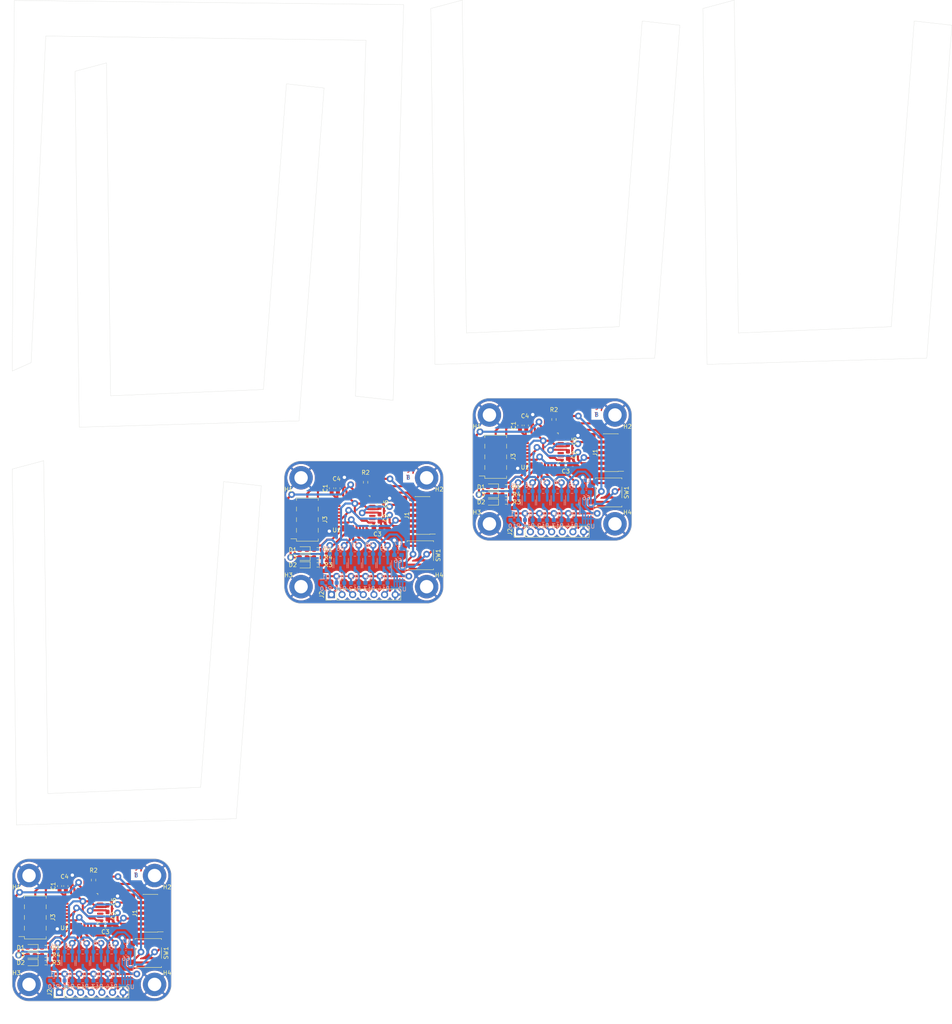
<source format=kicad_pcb>
(kicad_pcb (version 20221018) (generator pcbnew)
  (layers (0 "F.Cu" signal) (31 "B.Cu" signal) (34 "B.Paste" user) (35 "F.Paste" user) (36 "B.SilkS" user "B.Silkscreen") (37 "F.SilkS" user "F.Silkscreen") (38 "B.Mask" user) (39 "F.Mask" user) (44 "Edge.Cuts" user))
  (net 0 "")
  (net 1 "+5V-v5-")
  (net 2 "GND-v5-")
  (net 3 "+3.3V-v5-")
  (net 4 "Net-(D1-K)-v5-")
  (net 6 "Net-(D3-K)-v5-")
  (net 7 "Status_LED-v5-")
  (net 8 "Data_Clock_SNES-v5-")
  (net 9 "Data_Latch_SNES-v5-")
  (net 10 "Net-(D2-K)-v5-")
  (net 11 "Serial_Data1_SNES-v5-")
  (net 12 "Serial_Data2_SNES-v5-")
  (net 13 "SPI_Chip_Select-v5-")
  (net 14 "Chip_Enable-v5-")
  (net 15 "SPI_Digital_Input-v5-")
  (net 16 "SPI_Clock-v5-")
  (net 17 "SPI_Digital_Output-v5-")
  (net 18 "IOBit_SNES-v5-")
  (net 19 "Data_Clock_STM32-v5-")
  (net 20 "Data_Latch_STM32-v5-")
  (net 21 "Appairing_Btn-v5-")
  (net 22 "Net-(U2-BP)-v5-")
  (net 23 "SWDIO-v5-")
  (net 24 "SWDCK-v5-")
  (net 27 "NRST-v5-")
  (net 28 "USART2_RX-v5-")
  (net 29 "USART2_TX-v5-")
  (net 30 "Serial_Data1_STM32-v5-")
  (net 31 "IOBit_STM32-v5-")
  (net 32 "Serial_Data2_STM32-v5-")
  (net 46 "+5V-v6-")
  (net 47 "GND-v6-")
  (net 48 "+3.3V-v6-")
  (net 49 "Net-(D1-K)-v6-")
  (net 51 "Net-(D3-K)-v6-")
  (net 52 "Status_LED-v6-")
  (net 53 "Data_Clock_SNES-v6-")
  (net 54 "Data_Latch_SNES-v6-")
  (net 55 "Net-(D2-K)-v6-")
  (net 56 "Serial_Data1_SNES-v6-")
  (net 57 "Serial_Data2_SNES-v6-")
  (net 58 "SPI_Chip_Select-v6-")
  (net 59 "Chip_Enable-v6-")
  (net 60 "SPI_Digital_Input-v6-")
  (net 61 "SPI_Clock-v6-")
  (net 62 "SPI_Digital_Output-v6-")
  (net 63 "IOBit_SNES-v6-")
  (net 64 "Data_Clock_STM32-v6-")
  (net 65 "Data_Latch_STM32-v6-")
  (net 66 "Appairing_Btn-v6-")
  (net 67 "Net-(U2-BP)-v6-")
  (net 68 "SWDIO-v6-")
  (net 69 "SWDCK-v6-")
  (net 72 "NRST-v6-")
  (net 73 "USART2_RX-v6-")
  (net 74 "USART2_TX-v6-")
  (net 75 "Serial_Data1_STM32-v6-")
  (net 76 "IOBit_STM32-v6-")
  (net 77 "Serial_Data2_STM32-v6-")
  (net 91 "+5V-v7-")
  (net 92 "GND-v7-")
  (net 93 "+3.3V-v7-")
  (net 94 "Net-(D1-K)-v7-")
  (net 96 "Net-(D3-K)-v7-")
  (net 97 "Status_LED-v7-")
  (net 98 "Data_Clock_SNES-v7-")
  (net 99 "Data_Latch_SNES-v7-")
  (net 100 "Net-(D2-K)-v7-")
  (net 101 "Serial_Data1_SNES-v7-")
  (net 102 "Serial_Data2_SNES-v7-")
  (net 103 "SPI_Chip_Select-v7-")
  (net 104 "Chip_Enable-v7-")
  (net 105 "SPI_Digital_Input-v7-")
  (net 106 "SPI_Clock-v7-")
  (net 107 "SPI_Digital_Output-v7-")
  (net 108 "IOBit_SNES-v7-")
  (net 109 "Data_Clock_STM32-v7-")
  (net 110 "Data_Latch_STM32-v7-")
  (net 111 "Appairing_Btn-v7-")
  (net 112 "Net-(U2-BP)-v7-")
  (net 113 "SWDIO-v7-")
  (net 114 "SWDCK-v7-")
  (net 117 "NRST-v7-")
  (net 118 "USART2_RX-v7-")
  (net 119 "USART2_TX-v7-")
  (net 120 "Serial_Data1_STM32-v7-")
  (net 121 "IOBit_STM32-v7-")
  (net 122 "Serial_Data2_STM32-v7-")
  (footprint "Resistor_SMD:R_0603_1608Metric_Pad0.98x0.95mm_HandSolder" (layer "F.Cu") (at 131.92 102.57 90)
    (fp_text reference "R2")
    (fp_text value "10k")
  )
  (footprint "Capacitor_SMD:C_0603_1608Metric_Pad1.08x0.95mm_HandSolder" (layer "F.Cu") (at 90.26 122.75 90)
    (fp_text reference "C5")
    (fp_text value "100n")
  )
  (footprint "Package_QFP:LQFP-32_7x7mm_P0.8mm" (layer "F.Cu") (at 84.35 124.4 180)
    (fp_text reference "U1")
    (fp_text value "STM32L412KBTx")
  )
  (footprint "Connector_PinHeader_2.54mm:PinHeader_1x07_P2.54mm_Vertical" (layer "F.Cu") (at 123.75 129.4 90)
    (fp_text reference "J2")
    (fp_text value "Conn_01x07_Socket")
  )
  (footprint "Capacitor_SMD:C_0603_1608Metric_Pad1.08x0.95mm_HandSolder" (layer "F.Cu") (at 89.7525 128.44)
    (fp_text reference "C3")
    (fp_text value "100n")
  )
  (footprint "Capacitor_SMD:C_0603_1608Metric_Pad1.08x0.95mm_HandSolder" (layer "F.Cu") (at 24.7525 223.44)
    (fp_text reference "C3")
    (fp_text value "100n")
  )
  (footprint "Diode_SMD:D_0603_1608Metric_Pad1.05x0.95mm_HandSolder" (layer "F.Cu") (at 117.01875 120.5 180)
    (fp_text reference "D3")
    (fp_text value "LED")
  )
  (footprint "Button_Switch_SMD:SW_SPST_B3S-1000" (layer "F.Cu") (at 100 135 180)
    (fp_text reference "SW1")
    (fp_text value "SW_SPST")
  )
  (footprint "MountingHole:MountingHole_3.2mm_M3_DIN965_Pad" (layer "F.Cu") (at 146.5 101.5)
    (fp_text reference "H2")
    (fp_text value "MountingHole_Pad")
  )
  (footprint "Button_Switch_SMD:SW_SPST_B3S-1000" (layer "F.Cu") (at 145 120 180)
    (fp_text reference "SW1")
    (fp_text value "SW_SPST")
  )
  (footprint "Capacitor_SMD:C_0603_1608Metric_Pad1.08x0.95mm_HandSolder" (layer "F.Cu") (at 15.3 214 90)
    (fp_text reference "C4")
    (fp_text value "100n")
  )
  (footprint "Connector_PinHeader_1.27mm:PinHeader_2x07_P1.27mm_Vertical_SMD" (layer "F.Cu") (at 100.5 125.5 180)
    (fp_text reference "J1")
    (fp_text value "Conn_02x07_Odd_Even")
  )
  (footprint "Resistor_SMD:R_0603_1608Metric_Pad0.98x0.95mm_HandSolder" (layer "F.Cu") (at 21.92 212.57 90)
    (fp_text reference "R2")
    (fp_text value "10k")
  )
  (footprint "Resistor_SMD:R_0603_1608Metric_Pad0.98x0.95mm_HandSolder" (layer "F.Cu") (at 75.51875 137.3)
    (fp_text reference "R3")
    (fp_text value "1k")
  )
  (footprint "Diode_SMD:D_0603_1608Metric_Pad1.05x0.95mm_HandSolder" (layer "F.Cu") (at 7.01875 232.3 180)
    (fp_text reference "D2")
    (fp_text value "LED_Small")
  )
  (footprint "Diode_SMD:D_0603_1608Metric_Pad1.05x0.95mm_HandSolder" (layer "F.Cu") (at 72.01875 133.7 180)
    (fp_text reference "D1")
    (fp_text value "LED_Small")
  )
  (footprint "Capacitor_SMD:C_0603_1608Metric_Pad1.08x0.95mm_HandSolder" (layer "F.Cu") (at 125.3 104 90)
    (fp_text reference "C4")
    (fp_text value "100n")
  )
  (footprint "Resistor_SMD:R_0603_1608Metric_Pad0.98x0.95mm_HandSolder" (layer "F.Cu") (at 10.51875 228.7)
    (fp_text reference "R1")
    (fp_text value "1k")
  )
  (footprint "Capacitor_SMD:C_0603_1608Metric_Pad1.08x0.95mm_HandSolder" (layer "F.Cu") (at 80.3 119 90)
    (fp_text reference "C4")
    (fp_text value "100n")
  )
  (footprint "Resistor_SMD:R_0603_1608Metric_Pad0.98x0.95mm_HandSolder" (layer "F.Cu") (at 120.51875 118.7)
    (fp_text reference "R1")
    (fp_text value "1k")
  )
  (footprint "Diode_SMD:D_0603_1608Metric_Pad1.05x0.95mm_HandSolder" (layer "F.Cu") (at 72.01875 135.5 180)
    (fp_text reference "D3")
    (fp_text value "LED")
  )
  (footprint "Connector_PinSocket_2.54mm:PinSocket_2x04_P2.54mm_Vertical_SMD" (layer "F.Cu") (at 118 111.5 180)
    (fp_text reference "J3")
    (fp_text value "Conn_01x08_Socket")
  )
  (footprint "Capacitor_SMD:C_0603_1608Metric_Pad1.08x0.95mm_HandSolder" (layer "F.Cu") (at 135.26 107.75 90)
    (fp_text reference "C5")
    (fp_text value "100n")
  )
  (footprint "Capacitor_SMD:C_0603_1608Metric_Pad1.08x0.95mm_HandSolder" (layer "F.Cu") (at 25.26 217.75 90)
    (fp_text reference "C5")
    (fp_text value "100n")
  )
  (footprint "MountingHole:MountingHole_3.2mm_M3_DIN965_Pad" (layer "F.Cu") (at 6.5 237.5)
    (fp_text reference "H3")
    (fp_text value "MountingHole_Pad")
  )
  (footprint "Capacitor_SMD:C_0603_1608Metric_Pad1.08x0.95mm_HandSolder" (layer "F.Cu") (at 13.8 214 90)
    (fp_text reference "C1")
    (fp_text value "10u")
  )
  (footprint "Resistor_SMD:R_0603_1608Metric_Pad0.98x0.95mm_HandSolder" (layer "F.Cu") (at 10.51875 232.3)
    (fp_text reference "R3")
    (fp_text value "1k")
  )
  (footprint "MountingHole:MountingHole_3.2mm_M3_DIN965_Pad" (layer "F.Cu") (at 101.5 142.5)
    (fp_text reference "H4")
    (fp_text value "MountingHole_Pad")
  )
  (footprint "Connector_PinSocket_2.54mm:PinSocket_2x04_P2.54mm_Vertical_SMD" (layer "F.Cu") (at 73 126.5 180)
    (fp_text reference "J3")
    (fp_text value "Conn_01x08_Socket")
  )
  (footprint "Capacitor_SMD:C_0603_1608Metric_Pad1.08x0.95mm_HandSolder" (layer "F.Cu") (at 90.26 126.0525 90)
    (fp_text reference "C2")
    (fp_text value "100n")
  )
  (footprint "MountingHole:MountingHole_3.2mm_M3_DIN965_Pad" (layer "F.Cu") (at 36.5 211.5)
    (fp_text reference "H2")
    (fp_text value "MountingHole_Pad")
  )
  (footprint "Capacitor_SMD:C_0603_1608Metric_Pad1.08x0.95mm_HandSolder" (layer "F.Cu") (at 123.8 104 90)
    (fp_text reference "C1")
    (fp_text value "10u")
  )
  (footprint "Resistor_SMD:R_0603_1608Metric_Pad0.98x0.95mm_HandSolder" (layer "F.Cu") (at 120.51875 120.5)
    (fp_text reference "R4")
    (fp_text value "1k")
  )
  (footprint "Capacitor_SMD:C_0603_1608Metric_Pad1.08x0.95mm_HandSolder" (layer "F.Cu") (at 134.7525 113.44)
    (fp_text reference "C3")
    (fp_text value "100n")
  )
  (footprint "Capacitor_SMD:C_0603_1608Metric_Pad1.08x0.95mm_HandSolder" (layer "F.Cu") (at 78.8 119 90)
    (fp_text reference "C1")
    (fp_text value "10u")
  )
  (footprint "MountingHole:MountingHole_3.2mm_M3_DIN965_Pad" (layer "F.Cu") (at 71.5 116.5)
    (fp_text reference "H1")
    (fp_text value "MountingHole_Pad")
  )
  (footprint "Diode_SMD:D_0603_1608Metric_Pad1.05x0.95mm_HandSolder" (layer "F.Cu") (at 72.01875 137.3 180)
    (fp_text reference "D2")
    (fp_text value "LED_Small")
  )
  (footprint "Diode_SMD:D_0603_1608Metric_Pad1.05x0.95mm_HandSolder" (layer "F.Cu") (at 7.01875 228.7 180)
    (fp_text reference "D1")
    (fp_text value "LED_Small")
  )
  (footprint "Connector_PinSocket_2.54mm:PinSocket_2x04_P2.54mm_Vertical_SMD" (layer "F.Cu") (at 8 221.5 180)
    (fp_text reference "J3")
    (fp_text value "Conn_01x08_Socket")
  )
  (footprint "Button_Switch_SMD:SW_SPST_B3S-1000" (layer "F.Cu") (at 35 230 180)
    (fp_text reference "SW1")
    (fp_text value "SW_SPST")
  )
  (footprint "Package_QFP:LQFP-32_7x7mm_P0.8mm" (layer "F.Cu") (at 19.35 219.4 180)
    (fp_text reference "U1")
    (fp_text value "STM32L412KBTx")
  )
  (footprint "Connector_PinHeader_2.54mm:PinHeader_1x07_P2.54mm_Vertical" (layer "F.Cu") (at 13.75 239.4 90)
    (fp_text reference "J2")
    (fp_text value "Conn_01x07_Socket")
  )
  (footprint "MountingHole:MountingHole_3.2mm_M3_DIN965_Pad" (layer "F.Cu") (at 116.5 101.5)
    (fp_text reference "H1")
    (fp_text value "MountingHole_Pad")
  )
  (footprint "Connector_PinHeader_1.27mm:PinHeader_2x07_P1.27mm_Vertical_SMD" (layer "F.Cu") (at 145.5 110.5 180)
    (fp_text reference "J1")
    (fp_text value "Conn_02x07_Odd_Even")
  )
  (footprint "MountingHole:MountingHole_3.2mm_M3_DIN965_Pad" (layer "F.Cu") (at 116.5 127.5)
    (fp_text reference "H3")
    (fp_text value "MountingHole_Pad")
  )
  (footprint "Diode_SMD:D_0603_1608Metric_Pad1.05x0.95mm_HandSolder" (layer "F.Cu") (at 7.01875 230.5 180)
    (fp_text reference "D3")
    (fp_text value "LED")
  )
  (footprint "MountingHole:MountingHole_3.2mm_M3_DIN965_Pad" (layer "F.Cu") (at 146.5 127.5)
    (fp_text reference "H4")
    (fp_text value "MountingHole_Pad")
  )
  (footprint "MountingHole:MountingHole_3.2mm_M3_DIN965_Pad" (layer "F.Cu") (at 6.5 211.5)
    (fp_text reference "H1")
    (fp_text value "MountingHole_Pad")
  )
  (footprint "Resistor_SMD:R_0603_1608Metric_Pad0.98x0.95mm_HandSolder" (layer "F.Cu") (at 120.51875 122.3)
    (fp_text reference "R3")
    (fp_text value "1k")
  )
  (footprint "Diode_SMD:D_0603_1608Metric_Pad1.05x0.95mm_HandSolder" (layer "F.Cu") (at 117.01875 118.7 180)
    (fp_text reference "D1")
    (fp_text value "LED_Small")
  )
  (footprint "MountingHole:MountingHole_3.2mm_M3_DIN965_Pad" (layer "F.Cu") (at 71.5 142.5)
    (fp_text reference "H3")
    (fp_text value "MountingHole_Pad")
  )
  (footprint "Capacitor_SMD:C_0603_1608Metric_Pad1.08x0.95mm_HandSolder" (layer "F.Cu") (at 135.26 111.0525 90)
    (fp_text reference "C2")
    (fp_text value "100n")
  )
  (footprint "Resistor_SMD:R_0603_1608Metric_Pad0.98x0.95mm_HandSolder" (layer "F.Cu") (at 75.51875 133.7)
    (fp_text reference "R1")
    (fp_text value "1k")
  )
  (footprint "MountingHole:MountingHole_3.2mm_M3_DIN965_Pad" (layer "F.Cu") (at 36.5 237.5)
    (fp_text reference "H4")
    (fp_text value "MountingHole_Pad")
  )
  (footprint "Resistor_SMD:R_0603_1608Metric_Pad0.98x0.95mm_HandSolder" (layer "F.Cu") (at 86.92 117.57 90)
    (fp_text reference "R2")
    (fp_text value "10k")
  )
  (footprint "Connector_PinHeader_2.54mm:PinHeader_1x07_P2.54mm_Vertical" (layer "F.Cu") (at 78.75 144.4 90)
    (fp_text reference "J2")
    (fp_text value "Conn_01x07_Socket")
  )
  (footprint "Package_QFP:LQFP-32_7x7mm_P0.8mm" (layer "F.Cu") (at 129.35 109.4 180)
    (fp_text reference "U1")
    (fp_text value "STM32L412KBTx")
  )
  (footprint "Connector_PinHeader_1.27mm:PinHeader_2x07_P1.27mm_Vertical_SMD" (layer "F.Cu") (at 35.5 220.5 180)
    (fp_text reference "J1")
    (fp_text value "Conn_02x07_Odd_Even")
  )
  (footprint "MountingHole:MountingHole_3.2mm_M3_DIN965_Pad" (layer "F.Cu") (at 101.5 116.5)
    (fp_text reference "H2")
    (fp_text value "MountingHole_Pad")
  )
  (footprint "Capacitor_SMD:C_0603_1608Metric_Pad1.08x0.95mm_HandSolder" (layer "F.Cu") (at 25.26 221.0525 90)
    (fp_text reference "C2")
    (fp_text value "100n")
  )
  (footprint "Resistor_SMD:R_0603_1608Metric_Pad0.98x0.95mm_HandSolder" (layer "F.Cu") (at 75.51875 135.5)
    (fp_text reference "R4")
    (fp_text value "1k")
  )
  (footprint "Resistor_SMD:R_0603_1608Metric_Pad0.98x0.95mm_HandSolder" (layer "F.Cu") (at 10.51875 230.5)
    (fp_text reference "R4")
    (fp_text value "1k")
  )
  (footprint "Diode_SMD:D_0603_1608Metric_Pad1.05x0.95mm_HandSolder" (layer "F.Cu") (at 117.01875 122.3 180)
    (fp_text reference "D2")
    (fp_text value "LED_Small")
  )
  (footprint "Resistor_SMD:R_0603_1608Metric_Pad0.98x0.95mm_HandSolder" (layer "B.Cu") (at 125.9 119.7)
    (fp_text reference "R6")
    (fp_text value "10k")
  )
  (footprint "Package_TO_SOT_SMD:SOT-23" (layer "B.Cu") (at 22.8 232.4 -90)
    (fp_text reference "Q4")
    (fp_text value "2N7002")
  )
  (footprint "Resistor_SMD:R_0603_1608Metric_Pad0.98x0.95mm_HandSolder" (layer "B.Cu") (at 22.8 236.6)
    (fp_text reference "R13")
    (fp_text value "10k")
  )
  (footprint "Package_TO_SOT_SMD:SOT-23" (layer "B.Cu") (at 12.45 232.4 -90)
    (fp_text reference "Q1")
    (fp_text value "2N7002")
  )
  (footprint "Capacitor_SMD:C_0603_1608Metric_Pad1.08x0.95mm_HandSolder" (layer "B.Cu") (at 94.65 133.45 180)
    (fp_text reference "C7")
    (fp_text value "2.2u")
  )
  (footprint "Resistor_SMD:R_0603_1608Metric_Pad0.98x0.95mm_HandSolder" (layer "B.Cu") (at 132.8 126.6)
    (fp_text reference "R13")
    (fp_text value "10k")
  )
  (footprint "Resistor_SMD:R_0603_1608Metric_Pad0.98x0.95mm_HandSolder" (layer "B.Cu") (at 122.45 119.7)
    (fp_text reference "R5")
    (fp_text value "10k")
  )
  (footprint "Resistor_SMD:R_0603_1608Metric_Pad0.98x0.95mm_HandSolder" (layer "B.Cu") (at 84.35 141.6)
    (fp_text reference "R12")
    (fp_text value "10k")
  )
  (footprint "Resistor_SMD:R_0603_1608Metric_Pad0.98x0.95mm_HandSolder" (layer "B.Cu") (at 129.35 119.7)
    (fp_text reference "R7")
    (fp_text value "10k")
  )
  (footprint "Resistor_SMD:R_0603_1608Metric_Pad0.98x0.95mm_HandSolder" (layer "B.Cu") (at 15.9 229.7)
    (fp_text reference "R6")
    (fp_text value "10k")
  )
  (footprint "Resistor_SMD:R_0603_1608Metric_Pad0.98x0.95mm_HandSolder" (layer "B.Cu") (at 19.35 229.7)
    (fp_text reference "R7")
    (fp_text value "10k")
  )
  (footprint "Resistor_SMD:R_0603_1608Metric_Pad0.98x0.95mm_HandSolder" (layer "B.Cu") (at 26.25 229.7)
    (fp_text reference "R9")
    (fp_text value "10k")
  )
  (footprint "Resistor_SMD:R_0603_1608Metric_Pad0.98x0.95mm_HandSolder" (layer "B.Cu") (at 125.9 126.6)
    (fp_text reference "R11")
    (fp_text value "10k")
  )
  (footprint "Package_SO:MSOP-8_3x3mm_P0.65mm" (layer "B.Cu") (at 94.7625 139.15 -90)
    (fp_text reference "U2")
    (fp_text value "MIC5219-3.3YMM")
  )
  (footprint "Resistor_SMD:R_0603_1608Metric_Pad0.98x0.95mm_HandSolder" (layer "B.Cu") (at 122.45 126.6)
    (fp_text reference "R10")
    (fp_text value "10k")
  )
  (footprint "Resistor_SMD:R_0603_1608Metric_Pad0.98x0.95mm_HandSolder" (layer "B.Cu") (at 91.25 141.6)
    (fp_text reference "R14")
    (fp_text value "10k")
  )
  (footprint "Capacitor_SMD:C_0603_1608Metric_Pad1.08x0.95mm_HandSolder" (layer "B.Cu") (at 29.65 229.95 180)
    (fp_text reference "C6")
    (fp_text value "470p")
  )
  (footprint "Resistor_SMD:R_0603_1608Metric_Pad0.98x0.95mm_HandSolder" (layer "B.Cu") (at 136.25 119.7)
    (fp_text reference "R9")
    (fp_text value "10k")
  )
  (footprint "Resistor_SMD:R_0603_1608Metric_Pad0.98x0.95mm_HandSolder" (layer "B.Cu") (at 15.9 236.6)
    (fp_text reference "R11")
    (fp_text value "10k")
  )
  (footprint "Capacitor_SMD:C_0603_1608Metric_Pad1.08x0.95mm_HandSolder" (layer "B.Cu") (at 139.65 118.45 180)
    (fp_text reference "C7")
    (fp_text value "2.2u")
  )
  (footprint "Resistor_SMD:R_0603_1608Metric_Pad0.98x0.95mm_HandSolder" (layer "B.Cu") (at 19.35 236.6)
    (fp_text reference "R12")
    (fp_text value "10k")
  )
  (footprint "Package_TO_SOT_SMD:SOT-23" (layer "B.Cu") (at 136.25 122.4 -90)
    (fp_text reference "Q5")
    (fp_text value "2N7002")
  )
  (footprint "Package_TO_SOT_SMD:SOT-23" (layer "B.Cu") (at 80.9 137.4 -90)
    (fp_text reference "Q2")
    (fp_text value "2N7002")
  )
  (footprint "Resistor_SMD:R_0603_1608Metric_Pad0.98x0.95mm_HandSolder" (layer "B.Cu") (at 129.35 126.6)
    (fp_text reference "R12")
    (fp_text value "10k")
  )
  (footprint "Package_TO_SOT_SMD:SOT-23" (layer "B.Cu") (at 84.35 137.4 -90)
    (fp_text reference "Q3")
    (fp_text value "2N7002")
  )
  (footprint "Package_TO_SOT_SMD:SOT-23" (layer "B.Cu") (at 132.8 122.4 -90)
    (fp_text reference "Q4")
    (fp_text value "2N7002")
  )
  (footprint "Package_TO_SOT_SMD:SOT-23" (layer "B.Cu") (at 19.35 232.4 -90)
    (fp_text reference "Q3")
    (fp_text value "2N7002")
  )
  (footprint "Resistor_SMD:R_0603_1608Metric_Pad0.98x0.95mm_HandSolder" (layer "B.Cu") (at 80.9 141.6)
    (fp_text reference "R11")
    (fp_text value "10k")
  )
  (footprint "Package_TO_SOT_SMD:SOT-23" (layer "B.Cu") (at 122.45 122.4 -90)
    (fp_text reference "Q1")
    (fp_text value "2N7002")
  )
  (footprint "Package_TO_SOT_SMD:SOT-23" (layer "B.Cu") (at 15.9 232.4 -90)
    (fp_text reference "Q2")
    (fp_text value "2N7002")
  )
  (footprint "Package_TO_SOT_SMD:SOT-23" (layer "B.Cu") (at 87.8 137.4 -90)
    (fp_text reference "Q4")
    (fp_text value "2N7002")
  )
  (footprint "Resistor_SMD:R_0603_1608Metric_Pad0.98x0.95mm_HandSolder" (layer "B.Cu") (at 87.8 141.6)
    (fp_text reference "R13")
    (fp_text value "10k")
  )
  (footprint "Resistor_SMD:R_0603_1608Metric_Pad0.98x0.95mm_HandSolder" (layer "B.Cu") (at 77.45 134.7)
    (fp_text reference "R5")
    (fp_text value "10k")
  )
  (footprint "Package_TO_SOT_SMD:SOT-23" (layer "B.Cu") (at 129.35 122.4 -90)
    (fp_text reference "Q3")
    (fp_text value "2N7002")
  )
  (footprint "Resistor_SMD:R_0603_1608Metric_Pad0.98x0.95mm_HandSolder" (layer "B.Cu") (at 80.9 134.7)
    (fp_text reference "R6")
    (fp_text value "10k")
  )
  (footprint "Package_TO_SOT_SMD:SOT-23" (layer "B.Cu") (at 91.25 137.4 -90)
    (fp_text reference "Q5")
    (fp_text value "2N7002")
  )
  (footprint "Resistor_SMD:R_0603_1608Metric_Pad0.98x0.95mm_HandSolder" (layer "B.Cu") (at 132.8 119.7)
    (fp_text reference "R8")
    (fp_text value "10k")
  )
  (footprint "Package_TO_SOT_SMD:SOT-23" (layer "B.Cu") (at 77.45 137.4 -90)
    (fp_text reference "Q1")
    (fp_text value "2N7002")
  )
  (footprint "Capacitor_SMD:C_0603_1608Metric_Pad1.08x0.95mm_HandSolder" (layer "B.Cu") (at 94.65 134.95 180)
    (fp_text reference "C6")
    (fp_text value "470p")
  )
  (footprint "Package_SO:MSOP-8_3x3mm_P0.65mm" (layer "B.Cu") (at 29.7625 234.15 -90)
    (fp_text reference "U2")
    (fp_text value "MIC5219-3.3YMM")
  )
  (footprint "Resistor_SMD:R_0603_1608Metric_Pad0.98x0.95mm_HandSolder" (layer "B.Cu") (at 84.35 134.7)
    (fp_text reference "R7")
    (fp_text value "10k")
  )
  (footprint "Resistor_SMD:R_0603_1608Metric_Pad0.98x0.95mm_HandSolder" (layer "B.Cu") (at 12.45 236.6)
    (fp_text reference "R10")
    (fp_text value "10k")
  )
  (footprint "Capacitor_SMD:C_0603_1608Metric_Pad1.08x0.95mm_HandSolder" (layer "B.Cu") (at 139.65 119.95 180)
    (fp_text reference "C6")
    (fp_text value "470p")
  )
  (footprint "Capacitor_SMD:C_0603_1608Metric_Pad1.08x0.95mm_HandSolder" (layer "B.Cu") (at 29.65 228.45 180)
    (fp_text reference "C7")
    (fp_text value "2.2u")
  )
  (footprint "Package_TO_SOT_SMD:SOT-23" (layer "B.Cu") (at 26.25 232.4 -90)
    (fp_text reference "Q5")
    (fp_text value "2N7002")
  )
  (footprint "Resistor_SMD:R_0603_1608Metric_Pad0.98x0.95mm_HandSolder" (layer "B.Cu") (at 91.25 134.7)
    (fp_text reference "R9")
    (fp_text value "10k")
  )
  (footprint "Resistor_SMD:R_0603_1608Metric_Pad0.98x0.95mm_HandSolder" (layer "B.Cu") (at 77.45 141.6)
    (fp_text reference "R10")
    (fp_text value "10k")
  )
  (footprint "Resistor_SMD:R_0603_1608Metric_Pad0.98x0.95mm_HandSolder" (layer "B.Cu") (at 22.8 229.7)
    (fp_text reference "R8")
    (fp_text value "10k")
  )
  (footprint "Resistor_SMD:R_0603_1608Metric_Pad0.98x0.95mm_HandSolder" (layer "B.Cu") (at 87.8 134.7)
    (fp_text reference "R8")
    (fp_text value "10k")
  )
  (footprint "Resistor_SMD:R_0603_1608Metric_Pad0.98x0.95mm_HandSolder" (layer "B.Cu") (at 26.25 236.6)
    (fp_text reference "R14")
    (fp_text value "10k")
  )
  (footprint "Resistor_SMD:R_0603_1608Metric_Pad0.98x0.95mm_HandSolder" (layer "B.Cu") (at 12.45 229.7)
    (fp_text reference "R5")
    (fp_text value "10k")
  )
  (footprint "Resistor_SMD:R_0603_1608Metric_Pad0.98x0.95mm_HandSolder" (layer "B.Cu") (at 136.25 126.6)
    (fp_text reference "R14")
    (fp_text value "10k")
  )
  (footprint "Package_TO_SOT_SMD:SOT-23" (layer "B.Cu") (at 125.9 122.4 -90)
    (fp_text reference "Q2")
    (fp_text value "2N7002")
  )
  (footprint "Package_SO:MSOP-8_3x3mm_P0.65mm" (layer "B.Cu") (at 139.7625 124.15 -90)
    (fp_text reference "U2")
    (fp_text value "MIC5219-3.3YMM")
  )
  (gr_line (start 102.499827 4.415587) (end 103.499827 89.415587) (stroke (width 0.05)) (layer "Edge.Cuts"))
  (gr_line (start 61.999827 118.415587) (end 52.999827 117.415587) (stroke (width 0.05)) (layer "Edge.Cuts"))
  (gr_line (start 212.499827 80.415587) (end 175.999827 81.915587) (stroke (width 0.05)) (layer "Edge.Cuts"))
  (gr_line (start 109.999827 2.415587) (end 102.499827 4.415587) (stroke (width 0.05)) (layer "Edge.Cuts"))
  (gr_arc (start 150.5 127.5) (mid 149.328427 130.328427) (end 146.5 131.5) (stroke (width 0.1)) (layer "Edge.Cuts"))
  (gr_line (start 105.5 116.5) (end 105.5 142.5) (stroke (width 0.1)) (layer "Edge.Cuts"))
  (gr_line (start 62.499827 95.415587) (end 25.999827 96.915587) (stroke (width 0.05)) (layer "Edge.Cuts"))
  (gr_line (start 93.49996 97.999855) (end 84.49996 96.999855) (stroke (width 0.05)) (layer "Edge.Cuts"))
  (gr_line (start 10.49996 10.999855) (end 6.99996 88.999855) (stroke (width 0.05)) (layer "Edge.Cuts"))
  (gr_line (start 76.999827 23.415587) (end 67.999827 22.415587) (stroke (width 0.05)) (layer "Edge.Cuts"))
  (gr_line (start 110.999827 81.915587) (end 109.999827 2.415587) (stroke (width 0.05)) (layer "Edge.Cuts"))
  (gr_arc (start 2.5 211.5) (mid 3.671573 208.671573) (end 6.5 207.5) (stroke (width 0.1)) (layer "Edge.Cuts"))
  (gr_line (start 174.999827 2.415587) (end 167.499827 4.415587) (stroke (width 0.05)) (layer "Edge.Cuts"))
  (gr_line (start 86.99996 11.999855) (end 10.49996 10.999855) (stroke (width 0.05)) (layer "Edge.Cuts"))
  (gr_line (start 101.5 146.5) (end 71.5 146.5) (stroke (width 0.1)) (layer "Edge.Cuts"))
  (gr_line (start 103.499827 89.415587) (end 155.999827 87.915587) (stroke (width 0.05)) (layer "Edge.Cuts"))
  (gr_line (start 17.499827 19.415587) (end 18.499827 104.415587) (stroke (width 0.05)) (layer "Edge.Cuts"))
  (gr_line (start 226.999827 8.415587) (end 217.999827 7.415587) (stroke (width 0.05)) (layer "Edge.Cuts"))
  (gr_line (start 161.999827 8.415587) (end 152.999827 7.415587) (stroke (width 0.05)) (layer "Edge.Cuts"))
  (gr_line (start 6.99996 88.999855) (end 2.49996 90.999855) (stroke (width 0.05)) (layer "Edge.Cuts"))
  (gr_arc (start 105.5 142.5) (mid 104.328427 145.328427) (end 101.5 146.5) (stroke (width 0.1)) (layer "Edge.Cuts"))
  (gr_line (start 10.999827 191.915587) (end 9.999827 112.415587) (stroke (width 0.05)) (layer "Edge.Cuts"))
  (gr_line (start 175.999827 81.915587) (end 174.999827 2.415587) (stroke (width 0.05)) (layer "Edge.Cuts"))
  (gr_line (start 217.999827 7.415587) (end 212.499827 80.415587) (stroke (width 0.05)) (layer "Edge.Cuts"))
  (gr_arc (start 116.5 131.5) (mid 113.671573 130.328427) (end 112.5 127.5) (stroke (width 0.1)) (layer "Edge.Cuts"))
  (gr_arc (start 101.5 112.5) (mid 104.328427 113.671573) (end 105.5 116.5) (stroke (width 0.1)) (layer "Edge.Cuts"))
  (gr_line (start 2.49996 90.999855) (end 2.99996 2.499855) (stroke (width 0.05)) (layer "Edge.Cuts"))
  (gr_line (start 84.49996 96.999855) (end 86.99996 11.999855) (stroke (width 0.05)) (layer "Edge.Cuts"))
  (gr_line (start 71.5 112.5) (end 101.5 112.5) (stroke (width 0.1)) (layer "Edge.Cuts"))
  (gr_line (start 112.5 127.5) (end 112.5 101.5) (stroke (width 0.1)) (layer "Edge.Cuts"))
  (gr_line (start 2.5 237.5) (end 2.5 211.5) (stroke (width 0.1)) (layer "Edge.Cuts"))
  (gr_line (start 24.999827 17.415587) (end 17.499827 19.415587) (stroke (width 0.05)) (layer "Edge.Cuts"))
  (gr_line (start 95.99996 3.499855) (end 93.49996 97.999855) (stroke (width 0.05)) (layer "Edge.Cuts"))
  (gr_arc (start 36.5 207.5) (mid 39.328427 208.671573) (end 40.5 211.5) (stroke (width 0.1)) (layer "Edge.Cuts"))
  (gr_line (start 18.499827 104.415587) (end 70.999827 102.915587) (stroke (width 0.05)) (layer "Edge.Cuts"))
  (gr_line (start 70.999827 102.915587) (end 76.999827 23.415587) (stroke (width 0.05)) (layer "Edge.Cuts"))
  (gr_line (start 167.499827 4.415587) (end 168.499827 89.415587) (stroke (width 0.05)) (layer "Edge.Cuts"))
  (gr_line (start 67.999827 22.415587) (end 62.499827 95.415587) (stroke (width 0.05)) (layer "Edge.Cuts"))
  (gr_line (start 116.5 97.5) (end 146.5 97.5) (stroke (width 0.1)) (layer "Edge.Cuts"))
  (gr_line (start 25.999827 96.915587) (end 24.999827 17.415587) (stroke (width 0.05)) (layer "Edge.Cuts"))
  (gr_line (start 52.999827 117.415587) (end 47.499827 190.415587) (stroke (width 0.05)) (layer "Edge.Cuts"))
  (gr_line (start 168.499827 89.415587) (end 220.999827 87.915587) (stroke (width 0.05)) (layer "Edge.Cuts"))
  (gr_line (start 67.5 142.5) (end 67.5 116.5) (stroke (width 0.1)) (layer "Edge.Cuts"))
  (gr_line (start 155.999827 87.915587) (end 161.999827 8.415587) (stroke (width 0.05)) (layer "Edge.Cuts"))
  (gr_line (start 146.5 131.5) (end 116.5 131.5) (stroke (width 0.1)) (layer "Edge.Cuts"))
  (gr_arc (start 6.5 241.5) (mid 3.671573 240.328427) (end 2.5 237.5) (stroke (width 0.1)) (layer "Edge.Cuts"))
  (gr_line (start 150.5 101.5) (end 150.5 127.5) (stroke (width 0.1)) (layer "Edge.Cuts"))
  (gr_line (start 147.499827 80.415587) (end 110.999827 81.915587) (stroke (width 0.05)) (layer "Edge.Cuts"))
  (gr_line (start 2.99996 2.499855) (end 95.99996 3.499855) (stroke (width 0.05)) (layer "Edge.Cuts"))
  (gr_arc (start 40.5 237.5) (mid 39.328427 240.328427) (end 36.5 241.5) (stroke (width 0.1)) (layer "Edge.Cuts"))
  (gr_line (start 40.5 211.5) (end 40.5 237.5) (stroke (width 0.1)) (layer "Edge.Cuts"))
  (gr_line (start 220.999827 87.915587) (end 226.999827 8.415587) (stroke (width 0.05)) (layer "Edge.Cuts"))
  (gr_arc (start 146.5 97.5) (mid 149.328427 98.671573) (end 150.5 101.5) (stroke (width 0.1)) (layer "Edge.Cuts"))
  (gr_line (start 3.499827 199.415587) (end 55.999827 197.915587) (stroke (width 0.05)) (layer "Edge.Cuts"))
  (gr_line (start 9.999827 112.415587) (end 2.499827 114.415587) (stroke (width 0.05)) (layer "Edge.Cuts"))
  (gr_line (start 2.499827 114.415587) (end 3.499827 199.415587) (stroke (width 0.05)) (layer "Edge.Cuts"))
  (gr_line (start 36.5 241.5) (end 6.5 241.5) (stroke (width 0.1)) (layer "Edge.Cuts"))
  (gr_line (start 6.5 207.5) (end 36.5 207.5) (stroke (width 0.1)) (layer "Edge.Cuts"))
  (gr_arc (start 112.5 101.5) (mid 113.671573 98.671573) (end 116.5 97.5) (stroke (width 0.1)) (layer "Edge.Cuts"))
  (gr_arc (start 67.5 116.5) (mid 68.671573 113.671573) (end 71.5 112.5) (stroke (width 0.1)) (layer "Edge.Cuts"))
  (gr_line (start 47.499827 190.415587) (end 10.999827 191.915587) (stroke (width 0.05)) (layer "Edge.Cuts"))
  (gr_arc (start 71.5 146.5) (mid 68.671573 145.328427) (end 67.5 142.5) (stroke (width 0.1)) (layer "Edge.Cuts"))
  (gr_line (start 55.999827 197.915587) (end 61.999827 118.415587) (stroke (width 0.05)) (layer "Edge.Cuts"))
  (gr_line (start 152.999827 7.415587) (end 147.499827 80.415587) (stroke (width 0.05)) (layer "Edge.Cuts"))
  (gr_text "T" (at 96.5 117) (layer "F.Cu") (effects (font (size 1 1)) (justify left bottom)))
  (gr_text "SNES Plug" (at 89.5 115) (layer "F.Cu") (effects (font (size 1 1)) (justify left bottom)))
  (gr_text "T" (at 141.5 102) (layer "F.Cu") (effects (font (size 1 1)) (justify left bottom)))
  (gr_text "SNES Plug" (at 24.5 210) (layer "F.Cu") (effects (font (size 1 1)) (justify left bottom)))
  (gr_text "T" (at 31.5 212) (layer "F.Cu") (effects (font (size 1 1)) (justify left bottom)))
  (gr_text "SNES Plug" (at 134.5 100) (layer "F.Cu") (effects (font (size 1 1)) (justify left bottom)))
  (gr_text "B" (at 31.5 212) (layer "B.Cu") (effects (font (size 1 1)) (justify left bottom)))
  (gr_text "B" (at 141.5 102) (layer "B.Cu") (effects (font (size 1 1)) (justify left bottom)))
  (gr_text "B" (at 96.5 117) (layer "B.Cu") (effects (font (size 1 1)) (justify left bottom)))
  (segment (start 72.559189 138.75) (end 74 138.75) (width 0.5) (layer "F.Cu") (net 1))
  (segment (start 79.9875 140) (end 83.4375 140) (width 0.3) (layer "F.Cu") (net 1))
  (segment (start 71.14375 137.334561) (end 72.559189 138.75) (width 0.5) (layer "F.Cu") (net 1))
  (segment (start 86.8875 140) (end 90.3375 140) (width 0.5) (layer "F.Cu") (net 1))
  (segment (start 71.14375 137.3) (end 71.14375 137.334561) (width 0.5) (layer "F.Cu") (net 1))
  (segment (start 79.9875 140) (end 79.9875 143.1625) (width 0.5) (layer "F.Cu") (net 1))
  (segment (start 79.9875 143.1625) (end 78.75 144.4) (width 0.5) (layer "F.Cu") (net 1))
  (segment (start 86.8875 140) (end 83.4375 140) (width 0.5) (layer "F.Cu") (net 1))
  (segment (start 74 138.75) (end 75.25 140) (width 0.5) (layer "F.Cu") (net 1))
  (segment (start 90.3375 140) (end 97.25 140) (width 0.5) (layer "F.Cu") (net 1))
  (segment (start 75.25 140) (end 79.9875 140) (width 0.5) (layer "F.Cu") (net 1))
  (via (at 79.9875 140) (size 1.6) (drill 0.8) (layers "F.Cu" "B.Cu") (net 1))
  (via (at 83.4375 140) (size 1.6) (drill 0.8) (layers "F.Cu" "B.Cu") (net 1))
  (via (at 90.3375 140) (size 1.6) (drill 0.8) (layers "F.Cu" "B.Cu") (net 1))
  (via (at 97.25 140) (size 1.6) (drill 0.8) (layers "F.Cu" "B.Cu") (net 1))
  (via (at 86.8875 140) (size 1.6) (drill 0.8) (layers "F.Cu" "B.Cu") (net 1))
  (segment (start 93.7875 137.0375) (end 93.7875 137.830761) (width 0.3) (layer "B.Cu") (net 1))
  (segment (start 79.9875 141.6) (end 79.9875 140) (width 0.5) (layer "B.Cu") (net 1))
  (segment (start 97.15 139.9) (end 95.856739 139.9) (width 0.5) (layer "B.Cu") (net 1))
  (segment (start 83.4375 140) (end 83.4375 141.6) (width 0.5) (layer "B.Cu") (net 1))
  (segment (start 97.25 140) (end 97.15 139.9) (width 0.5) (layer "B.Cu") (net 1))
  (segment (start 78.75 143.8125) (end 76.5375 141.6) (width 0.5) (layer "B.Cu") (net 1))
  (segment (start 95.856739 139.9) (end 94.4375 138.480761) (width 0.5) (layer "B.Cu") (net 1))
  (segment (start 94.4375 137.0375) (end 94.4375 138.480761) (width 0.3) (layer "B.Cu") (net 1))
  (segment (start 78.75 144.4) (end 78.75 143.8125) (width 0.5) (layer "B.Cu") (net 1))
  (segment (start 90.3375 140) (end 90.3375 141.6) (width 0.5) (layer "B.Cu") (net 1))
  (segment (start 93.7875 137.830761) (end 94.4375 138.480761) (width 0.3) (layer "B.Cu") (net 1))
  (segment (start 86.8875 140) (end 86.8875 141.6) (width 0.5) (layer "B.Cu") (net 1))
  (segment (start 92.649189 121.4) (end 92.161689 121.8875) (width 0.5) (layer "F.Cu") (net 2))
  (segment (start 80.3 117.95) (end 81.85 116.4) (width 0.5) (layer "F.Cu") (net 2))
  (segment (start 92.161689 121.8875) (end 90.26 121.8875) (width 0.5) (layer "F.Cu") (net 2))
  (segment (start 91.285 125.816193) (end 91.285 122.9125) (width 0.5) (layer "F.Cu") (net 2))
  (segment (start 78.8 118.1375) (end 80.3 118.1375) (width 0.5) (layer "F.Cu") (net 2))
  (segment (start 88.04 129.465) (end 89.59 129.465) (width 0.5) (layer "F.Cu") (net 2))
  (segment (start 90.615 128.44) (end 90.615 127.27) (width 0.5) (layer "F.Cu") (net 2))
  (segment (start 91.285 122.9125) (end 90.26 121.8875) (width 0.5) (layer "F.Cu") (net 2))
  (segment (start 87.15 128.575) (end 88.04 129.465) (width 0.5) (layer "F.Cu") (net 2))
  (segment (start 78.25 129.25) (end 77.19 130.31) (width 0.5) (layer "F.Cu") (net 2))
  (segment (start 77.19 130.31) (end 75.52 130.31) (width 0.5) (layer "F.Cu") (net 2))
  (segment (start 90.26 126.915) (end 90.26 126.841193) (width 0.5) (layer "F.Cu") (net 2))
  (segment (start 81.85 116.4) (end 81.55 116.7) (width 0.5) (layer "F.Cu") (net 2))
  (segment (start 80.3 118.1375) (end 80.3 117.95) (width 0.5) (layer "F.Cu") (net 2))
  (segment (start 81.55 116.7) (end 81.55 120.225) (width 0.5) (layer "F.Cu") (net 2))
  (segment (start 89.59 129.465) (end 90.615 128.44) (width 0.5) (layer "F.Cu") (net 2))
  (segment (start 90.26 126.841193) (end 91.285 125.816193) (width 0.5) (layer "F.Cu") (net 2))
  (segment (start 90.615 127.27) (end 90.26 126.915) (width 0.5) (layer "F.Cu") (net 2))
  (via (at 78.25 129.25) (size 1.6) (drill 0.8) (layers "F.Cu" "B.Cu") (net 2))
  (via (at 81.85 116.4) (size 1.6) (drill 0.8) (layers "F.Cu" "B.Cu") (net 2))
  (via (at 92.649189 121.4) (size 1.6) (drill 0.8) (layers "F.Cu" "B.Cu") (net 2))
  (via (at 93.7875 131.4) (size 1.6) (drill 0.8) (layers "F.Cu" "B.Cu") (net 2))
  (segment (start 93.7875 133.45) (end 93.7875 134.95) (width 0.5) (layer "B.Cu") (net 2))
  (segment (start 93.7875 133.45) (end 93.7875 131.4) (width 0.5) (layer "B.Cu") (net 2))
  (segment (start 92.649189 121.4) (end 89.9 121.4) (width 0.5) (layer "B.Cu") (net 2))
  (segment (start 93.7875 131.4375) (end 93.75 131.4) (width 0.5) (layer "B.Cu") (net 2))
  (segment (start 84.9 116.4) (end 81.85 116.4) (width 0.5) (layer "B.Cu") (net 2))
  (segment (start 89.9 121.4) (end 84.9 116.4) (width 0.5) (layer "B.Cu") (net 2))
  (segment (start 86.15 122.65) (end 84.35 122.65) (width 0.5) (layer "F.Cu") (net 3))
  (segment (start 89.8725 124) (end 88.525 124) (width 0.5) (layer "F.Cu") (net 3))
  (segment (start 104.15 128.04) (end 104.5 128.39) (width 0.5) (layer "F.Cu") (net 3))
  (segment (start 80.175 119.9875) (end 80.3 119.8625) (width 0.5) (layer "F.Cu") (net 3))
  (segment (start 84.35 122.65) (end 83.3 121.6) (width 0.5) (layer "F.Cu") (net 3))
  (segment (start 71.14375 135.5) (end 69 135.5) (width 0.5) (layer "F.Cu") (net 3))
  (segment (start 78.8 119.8625) (end 78.8 120.225) (width 0.5) (layer "F.Cu") (net 3))
  (segment (start 88.89 128.44) (end 88.89 127.565) (width 0.5) (layer "F.Cu") (net 3))
  (segment (start 101.975 134.75) (end 103.975 132.75) (width 0.5) (layer "F.Cu") (net 3))
  (segment (start 86.040811 126.75) (end 84.35 125.059189) (width 0.5) (layer "F.Cu") (net 3))
  (segment (start 69 135.5) (end 69 131.79) (width 0.5) (layer "F.Cu") (net 3))
  (segment (start 69 131.79) (end 70.48 130.31) (width 0.5) (layer "F.Cu") (net 3))
  (segment (start 87.170406 126.75) (end 86.040811 126.75) (width 0.5) (layer "F.Cu") (net 3))
  (segment (start 84.35 125.059189) (end 84.35 122.65) (width 0.5) (layer "F.Cu") (net 3))
  (segment (start 80.175 121.6) (end 80.175 119.9875) (width 0.5) (layer "F.Cu") (net 3))
  (segment (start 101.5 134.75) (end 101.975 134.75) (width 0.5) (layer "F.Cu") (net 3))
  (segment (start 78.8 120.225) (end 80.175 121.6) (width 0.5) (layer "F.Cu") (net 3))
  (segment (start 88.525 127.2) (end 87.620406 127.2) (width 0.5) (layer "F.Cu") (net 3))
  (segment (start 90.26 123.6125) (end 89.8725 124) (width 0.5) (layer "F.Cu") (net 3))
  (segment (start 88.89 127.565) (end 88.525 127.2) (width 0.5) (layer "F.Cu") (net 3))
  (segment (start 102.45 128.04) (end 104.15 128.04) (width 0.5) (layer "F.Cu") (net 3))
  (segment (start 96.025 132.75) (end 103.975 132.75) (width 0.5) (layer "F.Cu") (net 3))
  (segment (start 103.975 132.75) (end 104.5 132.225) (width 0.5) (layer "F.Cu") (net 3))
  (segment (start 104.5 132.225) (end 104.5 128.39) (width 0.5) (layer "F.Cu") (net 3))
  (segment (start 88.525 124) (end 87.5 124) (width 0.5) (layer "F.Cu") (net 3))
  (segment (start 87.620406 127.2) (end 87.170406 126.75) (width 0.5) (layer "F.Cu") (net 3))
  (segment (start 83.3 121.6) (end 80.175 121.6) (width 0.5) (layer "F.Cu") (net 3))
  (segment (start 87.5 124) (end 86.15 122.65) (width 0.5) (layer "F.Cu") (net 3))
  (via (at 101.5 134.75) (size 1.6) (drill 0.8) (layers "F.Cu" "B.Cu") (net 3))
  (via (at 69 135.5) (size 1.6) (drill 0.8) (layers "F.Cu" "B.Cu") (net 3))
  (via (at 84.35 122.65) (size 1.6) (drill 0.8) (layers "F.Cu" "B.Cu") (net 3))
  (segment (start 87.953311 131.3) (end 86.8875 132.365811) (width 0.5) (layer "B.Cu") (net 3))
  (segment (start 86.85 136.4625) (end 86.85 134.7375) (width 0.5) (layer "B.Cu") (net 3))
  (segment (start 76.5 136.4625) (end 76.5 134.7375) (width 0.5) (layer "B.Cu") (net 3))
  (segment (start 96.106739 138.4) (end 95.509683 138.4) (width 0.5) (layer "B.Cu") (net 3))
  (segment (start 81.053311 123.696689) (end 81.053311 131.3) (width 0.5) (layer "B.Cu") (net 3))
  (segment (start 82.371689 131.3) (end 81.053311 131.3) (width 0.5) (layer "B.Cu") (net 3))
  (segment (start 92.653311 130.05) (end 90.3375 132.365811) (width 0.5) (layer "B.Cu") (net 3))
  (segment (start 83.4 134.7375) (end 83.4375 134.7) (width 0.5) (layer "B.Cu") (net 3))
  (segment (start 69 135.5) (end 69.8 134.7) (width 0.5) (layer "B.Cu") (net 3))
  (segment (start 84.35 122.65) (end 82.1 122.65) (width 0.5) (layer "B.Cu") (net 3))
  (segment (start 83.4375 132.365811) (end 82.371689 131.3) (width 0.5) (layer "B.Cu") (net 3))
  (segment (start 86.8875 132.365811) (end 86.8875 134.7) (width 0.5) (layer "B.Cu") (net 3))
  (segment (start 81.053311 131.3) (end 79.9875 132.365811) (width 0.5) (layer "B.Cu") (net 3))
  (segment (start 78.921689 131.3) (end 79.9875 132.365811) (width 0.5) (layer "B.Cu") (net 3))
  (segment (start 76.5375 134.7) (end 76.5375 132.565811) (width 0.5) (layer "B.Cu") (net 3))
  (segment (start 95.5125 133.45) (end 95.5125 131.215811) (width 0.5) (layer "B.Cu") (net 3))
  (segment (start 95.5125 131.215811) (end 94.346689 130.05) (width 0.5) (layer "B.Cu") (net 3))
  (segment (start 84.503311 131.3) (end 85.821689 131.3) (width 0.5) (layer "B.Cu") (net 3))
  (segment (start 82.1 122.65) (end 81.053311 123.696689) (width 0.5) (layer "B.Cu") (net 3))
  (segment (start 95.0875 137.977817) (end 95.509683 138.4) (width 0.3) (layer "B.Cu") (net 3))
  (segment (start 79.95 134.7375) (end 79.9875 134.7) (width 0.5) (layer "B.Cu") (net 3))
  (segment (start 76.5 134.7375) (end 76.5375 134.7) (width 0.5) (layer "B.Cu") (net 3))
  (segment (start 90.3 136.4625) (end 90.3 134.7375) (width 0.5) (layer "B.Cu") (net 3))
  (segment (start 79.95 136.4625) (end 79.95 134.7375) (width 0.5) (layer "B.Cu") (net 3))
  (segment (start 95.0875 137.0375) (end 95.0875 137.977817) (width 0.3) (layer "B.Cu") (net 3))
  (segment (start 83.4375 132.365811) (end 84.503311 131.3) (width 0.5) (layer "B.Cu") (net 3))
  (segment (start 90.3375 132.365811) (end 89.271689 131.3) (width 0.5) (layer "B.Cu") (net 3))
  (segment (start 96.75 134) (end 96.2 133.45) (width 0.5) (layer "B.Cu") (net 3))
  (segment (start 96.75 137.756739) (end 96.106739 138.4) (width 0.5) (layer "B.Cu") (net 3))
  (segment (start 79.9875 132.365811) (end 79.9875 134.7) (width 0.5) (layer "B.Cu") (net 3))
  (segment (start 96.2 133.45) (end 95.5125 133.45) (width 0.5) (layer "B.Cu") (net 3))
  (segment (start 98.493261 137.756739) (end 101.5 134.75) (width 0.5) (layer "B.Cu") (net 3))
  (segment (start 69.8 134.7) (end 76.5375 134.7) (width 0.5) (layer "B.Cu") (net 3))
  (segment (start 90.3 134.7375) (end 90.3375 134.7) (width 0.5) (layer "B.Cu") (net 3))
  (segment (start 96.75 137.756739) (end 96.75 134) (width 0.5) (layer "B.Cu") (net 3))
  (segment (start 94.346689 130.05) (end 92.653311 130.05) (width 0.5) (layer "B.Cu") (net 3))
  (segment (start 76.5375 132.565811) (end 77.803311 131.3) (width 0.5) (layer "B.Cu") (net 3))
  (segment (start 90.3375 134.7) (end 90.3375 132.365811) (width 0.5) (layer "B.Cu") (net 3))
  (segment (start 77.803311 131.3) (end 78.921689 131.3) (width 0.5) (layer "B.Cu") (net 3))
  (segment (start 89.271689 131.3) (end 87.953311 131.3) (width 0.5) (layer "B.Cu") (net 3))
  (segment (start 83.4375 134.7) (end 83.4375 132.365811) (width 0.5) (layer "B.Cu") (net 3))
  (segment (start 98.493261 137.756739) (end 96.75 137.756739) (width 0.5) (layer "B.Cu") (net 3))
  (segment (start 86.85 134.7375) (end 86.8875 134.7) (width 0.5) (layer "B.Cu") (net 3))
  (segment (start 83.4 136.4625) (end 83.4 134.7375) (width 0.5) (layer "B.Cu") (net 3))
  (segment (start 85.821689 131.3) (end 86.8875 132.365811) (width 0.5) (layer "B.Cu") (net 3))
  (segment (start 74.60625 133.7) (end 72.89375 133.7) (width 0.5) (layer "F.Cu") (net 4))
  (segment (start 74.60625 135.5) (end 72.89375 135.5) (width 0.5) (layer "F.Cu") (net 6))
  (segment (start 72.16875 132.675) (end 76.325 132.675) (width 0.5) (layer "F.Cu") (net 7))
  (segment (start 71.14375 133.7) (end 72.16875 132.675) (width 0.5) (layer "F.Cu") (net 7))
  (segment (start 77.75 131.25) (end 78.875 131.25) (width 0.5) (layer "F.Cu") (net 7))
  (segment (start 76.325 132.675) (end 77.75 131.25) (width 0.5) (layer "F.Cu") (net 7))
  (segment (start 78.875 131.25) (end 81.55 128.575) (width 0.5) (layer "F.Cu") (net 7))
  (segment (start 78.3625 141.6) (end 78.3625 139.25) (width 0.5) (layer "B.Cu") (net 8))
  (segment (start 81.29 144.4) (end 81.29 143.79) (width 0.5) (layer "B.Cu") (net 8))
  (segment (start 78.3625 139.25) (end 77.45 138.3375) (width 0.5) (layer "B.Cu") (net 8))
  (segment (start 79.7625 143) (end 78.3625 141.6) (width 0.5) (layer "B.Cu") (net 8))
  (segment (start 81.29 143.79) (end 80.5 143) (width 0.5) (layer "B.Cu") (net 8))
  (segment (start 80.5 143) (end 79.7625 143) (width 0.5) (layer "B.Cu") (net 8))
  (segment (start 81.8125 139.25) (end 80.9 138.3375) (width 0.5) (layer "B.Cu") (net 9))
  (segment (start 81.8125 142.4625) (end 83.75 144.4) (width 0.5) (layer "B.Cu") (net 9))
  (segment (start 81.8125 141.6) (end 81.8125 139.25) (width 0.5) (layer "B.Cu") (net 9))
  (segment (start 81.8125 141.6) (end 81.8125 142.4625) (width 0.5) (layer "B.Cu") (net 9))
  (segment (start 72.89375 137.3) (end 74.60625 137.3) (width 0.5) (layer "F.Cu") (net 10))
  (segment (start 85.2625 141.6) (end 85.2625 143.4125) (width 0.5) (layer "B.Cu") (net 11))
  (segment (start 85.2625 139.25) (end 84.35 138.3375) (width 0.5) (layer "B.Cu") (net 11))
  (segment (start 85.2625 143.4125) (end 86.25 144.4) (width 0.5) (layer "B.Cu") (net 11))
  (segment (start 85.2625 141.6) (end 85.2625 139.25) (width 0.5) (layer "B.Cu") (net 11))
  (segment (start 88.7125 139.25) (end 87.8 138.3375) (width 0.5) (layer "B.Cu") (net 12))
  (segment (start 88.7125 141.6) (end 88.7125 139.25) (width 0.5) (layer "B.Cu") (net 12))
  (segment (start 88.7125 144.3625) (end 88.75 144.4) (width 0.5) (layer "B.Cu") (net 12))
  (segment (start 88.7125 141.6) (end 88.7125 144.3625) (width 0.5) (layer "B.Cu") (net 12))
  (segment (start 80.175 122.4) (end 78.6 122.4) (width 0.5) (layer "F.Cu") (net 13))
  (segment (start 77.75 126) (end 77.25 126.5) (width 0.5) (layer "F.Cu") (net 13))
  (segment (start 77.25 126.5) (end 71.75 126.5) (width 0.5) (layer "F.Cu") (net 13))
  (segment (start 78.6 122.4) (end 77.75 123.25) (width 0.5) (layer "F.Cu") (net 13))
  (segment (start 77.75 123.25) (end 77.75 126) (width 0.5) (layer "F.Cu") (net 13))
  (segment (start 71.75 126.5) (end 70.48 127.77) (width 0.5) (layer "F.Cu") (net 13))
  (segment (start 79.270406 123.2) (end 80.175 123.2) (width 0.5) (layer "F.Cu") (net 14))
  (segment (start 78.875 123.595406) (end 79.270406 123.2) (width 0.5) (layer "F.Cu") (net 14))
  (segment (start 75.52 127.77) (end 77.98 127.77) (width 0.5) (layer "F.Cu") (net 14))
  (segment (start 78.875 126.875) (end 78.875 123.595406) (width 0.5) (layer "F.Cu") (net 14))
  (segment (start 77.98 127.77) (end 78.875 126.875) (width 0.5) (layer "F.Cu") (net 14))
  (segment (start 75.52 122.69) (end 75.52 119.766307) (width 0.5) (layer "F.Cu") (net 15))
  (segment (start 75.52 119.766307) (end 80.236307 115.05) (width 0.5) (layer "F.Cu") (net 15))
  (segment (start 82.55 115.05) (end 84.75 117.25) (width 0.5) (layer "F.Cu") (net 15))
  (segment (start 84.75 117.25) (end 84.75 120.225) (width 0.5) (layer "F.Cu") (net 15))
  (segment (start 80.236307 115.05) (end 82.55 115.05) (width 0.5) (layer "F.Cu") (net 15))
  (segment (start 83.5 113.75) (end 85.55 115.8) (width 0.5) (layer "F.Cu") (net 16))
  (segment (start 74.52 125.23) (end 73 123.71) (width 0.5) (layer "F.Cu") (net 16))
  (segment (start 73 120.25) (end 79.5 113.75) (width 0.5) (layer "F.Cu") (net 16))
  (segment (start 75.52 125.23) (end 74.52 125.23) (width 0.5) (layer "F.Cu") (net 16))
  (segment (start 85.55 115.8) (end 85.55 120.225) (width 0.5) (layer "F.Cu") (net 16))
  (segment (start 73 123.71) (end 73 120.25) (width 0.5) (layer "F.Cu") (net 16))
  (segment (start 79.5 113.75) (end 83.5 113.75) (width 0.5) (layer "F.Cu") (net 16))
  (segment (start 68.43 121.32) (end 69.25 120.5) (width 0.5) (layer "F.Cu") (net 17))
  (segment (start 83.35 118.720406) (end 83.95 119.320406) (width 0.5) (layer "F.Cu") (net 17))
  (segment (start 68.43 124.18) (end 68.43 121.32) (width 0.5) (layer "F.Cu") (net 17))
  (segment (start 69.48 125.23) (end 68.43 124.18) (width 0.5) (layer "F.Cu") (net 17))
  (segment (start 83.95 119.320406) (end 83.95 120.225) (width 0.5) (layer "F.Cu") (net 17))
  (segment (start 70.48 125.23) (end 69.48 125.23) (width 0.5) (layer "F.Cu") (net 17))
  (segment (start 83.35 118.15) (end 83.35 118.720406) (width 0.5) (layer "F.Cu") (net 17))
  (via (at 83.35 118.15) (size 1.6) (drill 0.8) (layers "F.Cu" "B.Cu") (net 17))
  (via (at 69.25 120.5) (size 1.6) (drill 0.8) (layers "F.Cu" "B.Cu") (net 17))
  (segment (start 69.25 120.5) (end 81 120.5) (width 0.5) (layer "B.Cu") (net 17))
  (segment (start 81 120.5) (end 83.35 118.15) (width 0.5) (layer "B.Cu") (net 17))
  (segment (start 92.1625 141.6) (end 92.1625 139.25) (width 0.5) (layer "B.Cu") (net 18))
  (segment (start 92.1625 143.4875) (end 91.25 144.4) (width 0.5) (layer "B.Cu") (net 18))
  (segment (start 92.1625 141.6) (end 92.1625 143.4875) (width 0.5) (layer "B.Cu") (net 18))
  (segment (start 92.1625 139.25) (end 91.25 138.3375) (width 0.5) (layer "B.Cu") (net 18))
  (segment (start 79.179594 132.65) (end 82.35 129.479594) (width 0.5) (layer "F.Cu") (net 19))
  (segment (start 82.35 129.479594) (end 82.35 128.575) (width 0.5) (layer "F.Cu") (net 19))
  (segment (start 78.3625 132.65) (end 79.179594 132.65) (width 0.5) (layer "F.Cu") (net 19))
  (via (at 78.3625 132.65) (size 1.6) (drill 0.8) (layers "F.Cu" "B.Cu") (net 19))
  (segment (start 78.4 136.4625) (end 78.4 134.7375) (width 0.5) (layer "B.Cu") (net 19))
  (segment (start 78.3625 134.7) (end 78.3625 132.65) (width 0.5) (layer "B.Cu") (net 19))
  (segment (start 78.4 134.7375) (end 78.3625 134.7) (width 0.5) (layer "B.Cu") (net 19))
  (segment (start 83.15 131.3125) (end 83.15 128.575) (width 0.5) (layer "F.Cu") (net 20))
  (segment (start 81.8125 132.65) (end 83.15 131.3125) (width 0.5) (layer "F.Cu") (net 20))
  (via (at 81.8125 132.65) (size 1.6) (drill 0.8) (layers "F.Cu" "B.Cu") (net 20))
  (segment (start 81.85 136.4625) (end 81.85 134.7375) (width 0.5) (layer "B.Cu") (net 20))
  (segment (start 81.8125 134.7) (end 81.8125 132.65) (width 0.5) (layer "B.Cu") (net 20))
  (segment (start 81.85 134.7375) (end 81.8125 134.7) (width 0.5) (layer "B.Cu") (net 20))
  (segment (start 103.975 137.25) (end 96.025 137.25) (width 0.5) (layer "F.Cu") (net 21))
  (segment (start 96.025 137.225) (end 96.025 137.25) (width 0.5) (layer "F.Cu") (net 21))
  (segment (start 98.25 135) (end 96.025 137.225) (width 0.5) (layer "F.Cu") (net 21))
  (segment (start 92.75 116.75) (end 88.6525 116.75) (width 0.5) (layer "F.Cu") (net 21))
  (segment (start 88.6525 116.75) (end 86.92 118.4825) (width 0.5) (layer "F.Cu") (net 21))
  (segment (start 98.25 134.75) (end 98.25 135) (width 0.5) (layer "F.Cu") (net 21))
  (segment (start 86.35 120.225) (end 86.35 119.0525) (width 0.5) (layer "F.Cu") (net 21))
  (segment (start 86.35 119.0525) (end 86.92 118.4825) (width 0.5) (layer "F.Cu") (net 21))
  (via (at 98.25 134.75) (size 1.6) (drill 0.8) (layers "F.Cu" "B.Cu") (net 21))
  (via (at 92.75 116.75) (size 1.6) (drill 0.8) (layers "F.Cu" "B.Cu") (net 21))
  (segment (start 98.25 122.25) (end 92.75 116.75) (width 0.5) (layer "B.Cu") (net 21))
  (segment (start 98.25 134.75) (end 98.25 122.25) (width 0.5) (layer "B.Cu") (net 21))
  (segment (start 95.7375 137.0375) (end 95.7375 135.175) (width 0.3) (layer "B.Cu") (net 22))
  (segment (start 95.7375 135.175) (end 95.5125 134.95) (width 0.3) (layer "B.Cu") (net 22))
  (segment (start 93.54 128.04) (end 98.55 128.04) (width 0.5) (layer "F.Cu") (net 23))
  (segment (start 82.85 124.629594) (end 82.85 124.25) (width 0.5) (layer "F.Cu") (net 23))
  (segment (start 81.079594 126.4) (end 82.85 124.629594) (width 0.5) (layer "F.Cu") (net 23))
  (segment (start 80.175 126.4) (end 81.079594 126.4) (width 0.5) (layer "F.Cu") (net 23))
  (segment (start 92.649189 127.149189) (end 93.54 128.04) (width 0.5) (layer "F.Cu") (net 23))
  (segment (start 92.649189 125.4) (end 92.649189 127.149189) (width 0.5) (layer "F.Cu") (net 23))
  (via (at 82.85 124.25) (size 1.6) (drill 0.8) (layers "F.Cu" "B.Cu") (net 23))
  (via (at 92.649189 125.4) (size 1.6) (drill 0.8) (layers "F.Cu" "B.Cu") (net 23))
  (segment (start 91.799189 126.25) (end 92.649189 125.4) (width 0.5) (layer "B.Cu") (net 23))
  (segment (start 82.85 124.25) (end 83.5 124.25) (width 0.5) (layer "B.Cu") (net 23))
  (segment (start 85.5 126.25) (end 91.799189 126.25) (width 0.5) (layer "B.Cu") (net 23))
  (segment (start 83.5 124.25) (end 85.5 126.25) (width 0.5) (layer "B.Cu") (net 23))
  (segment (start 83.5 126.5) (end 82.8 127.2) (width 0.5) (layer "F.Cu") (net 24))
  (segment (start 94.180901 126.77) (end 94.07076 126.659859) (width 0.5) (layer "F.Cu") (net 24))
  (segment (start 98.55 126.77) (end 94.180901 126.77) (width 0.5) (layer "F.Cu") (net 24))
  (segment (start 82.8 127.2) (end 80.175 127.2) (width 0.5) (layer "F.Cu") (net 24))
  (via (at 83.5 126.5) (size 1.6) (drill 0.8) (layers "F.Cu" "B.Cu") (net 24))
  (via (at 94.07076 126.659859) (size 1.6) (drill 0.8) (layers "F.Cu" "B.Cu") (net 24))
  (segment (start 94.07076 126.659859) (end 92.730619 128) (width 0.5) (layer "B.Cu") (net 24))
  (segment (start 85 128) (end 83.5 126.5) (width 0.5) (layer "B.Cu") (net 24))
  (segment (start 92.730619 128) (end 85 128) (width 0.5) (layer "B.Cu") (net 24))
  (segment (start 86.2 124.8) (end 86.1 124.9) (width 0.5) (layer "F.Cu") (net 27))
  (segment (start 88.525 124.8) (end 86.2 124.8) (width 0.5) (layer "F.Cu") (net 27))
  (segment (start 98.55 122.96) (end 93.089189 122.96) (width 0.5) (layer "F.Cu") (net 27))
  (segment (start 93.089189 122.96) (end 92.649189 123.4) (width 0.5) (layer "F.Cu") (net 27))
  (segment (start 90.26 125.19) (end 89.87 124.8) (width 0.5) (layer "F.Cu") (net 27))
  (segment (start 89.87 124.8) (end 88.525 124.8) (width 0.5) (layer "F.Cu") (net 27))
  (via (at 86.1 124.9) (size 1.6) (drill 0.8) (layers "F.Cu" "B.Cu") (net 27))
  (via (at 92.649189 123.4) (size 1.6) (drill 0.8) (layers "F.Cu" "B.Cu") (net 27))
  (segment (start 92.649189 123.4) (end 87.6 123.4) (width 0.5) (layer "B.Cu") (net 27))
  (segment (start 87.6 123.4) (end 86.1 124.9) (width 0.5) (layer "B.Cu") (net 27))
  (segment (start 88.875 118.5) (end 98.03 118.5) (width 0.5) (layer "F.Cu") (net 28))
  (segment (start 98.03 118.5) (end 101.22 121.69) (width 0.5) (layer "F.Cu") (net 28))
  (segment (start 101.22 121.69) (end 102.45 121.69) (width 0.5) (layer "F.Cu") (net 28))
  (segment (start 87.15 120.225) (end 88.875 118.5) (width 0.5) (layer "F.Cu") (net 28))
  (segment (start 90.075 120.05) (end 88.525 121.6) (width 0.5) (layer "F.Cu") (net 29))
  (segment (start 96.91 120.05) (end 90.075 120.05) (width 0.5) (layer "F.Cu") (net 29))
  (segment (start 98.55 121.69) (end 96.91 120.05) (width 0.5) (layer "F.Cu") (net 29))
  (segment (start 83.95 131.3375) (end 85.2625 132.65) (width 0.5) (layer "F.Cu") (net 30))
  (segment (start 83.95 128.575) (end 83.95 131.3375) (width 0.5) (layer "F.Cu") (net 30))
  (via (at 85.2625 132.65) (size 1.6) (drill 0.8) (layers "F.Cu" "B.Cu") (net 30))
  (segment (start 85.3 134.7375) (end 85.2625 134.7) (width 0.5) (layer "B.Cu") (net 30))
  (segment (start 85.3 136.4625) (end 85.3 134.7375) (width 0.5) (layer "B.Cu") (net 30))
  (segment (start 85.2625 134.7) (end 85.2625 132.65) (width 0.5) (layer "B.Cu") (net 30))
  (segment (start 86.539036 130.8) (end 85.55 129.810964) (width 0.5) (layer "F.Cu") (net 31))
  (segment (start 92.1625 132.65) (end 90.3125 130.8) (width 0.5) (layer "F.Cu") (net 31))
  (segment (start 85.55 129.810964) (end 85.55 128.575) (width 0.5) (layer "F.Cu") (net 31))
  (segment (start 90.3125 130.8) (end 86.539036 130.8) (width 0.5) (layer "F.Cu") (net 31))
  (via (at 92.1625 132.65) (size 1.6) (drill 0.8) (layers "F.Cu" "B.Cu") (net 31))
  (segment (start 92.2 136.4625) (end 92.2 134.7375) (width 0.5) (layer "B.Cu") (net 31))
  (segment (start 92.2 134.7375) (end 92.1625 134.7) (width 0.5) (layer "B.Cu") (net 31))
  (segment (start 92.1625 134.7) (end 92.1625 132.65) (width 0.5) (layer "B.Cu") (net 31))
  (segment (start 84.75 130.228311) (end 84.75 128.575) (width 0.5) (layer "F.Cu") (net 32))
  (segment (start 88.7125 132.65) (end 87.171689 132.65) (width 0.5) (layer "F.Cu") (net 32))
  (segment (start 87.171689 132.65) (end 84.75 130.228311) (width 0.5) (layer "F.Cu") (net 32))
  (via (at 88.7125 132.65) (size 1.6) (drill 0.8) (layers "F.Cu" "B.Cu") (net 32))
  (segment (start 88.75 136.4625) (end 88.75 134.7375) (width 0.5) (layer "B.Cu") (net 32))
  (segment (start 88.75 134.7375) (end 88.7125 134.7) (width 0.5) (layer "B.Cu") (net 32))
  (segment (start 88.7125 134.7) (end 88.7125 132.65) (width 0.5) (layer "B.Cu") (net 32))
  (segment (start 131.8875 125) (end 128.4375 125) (width 0.5) (layer "F.Cu") (net 46))
  (segment (start 124.9875 125) (end 128.4375 125) (width 0.3) (layer "F.Cu") (net 46))
  (segment (start 135.3375 125) (end 142.25 125) (width 0.5) (layer "F.Cu") (net 46))
  (segment (start 116.14375 122.3) (end 116.14375 122.334561) (width 0.5) (layer "F.Cu") (net 46))
  (segment (start 124.9875 125) (end 124.9875 128.1625) (width 0.5) (layer "F.Cu") (net 46))
  (segment (start 119 123.75) (end 120.25 125) (width 0.5) (layer "F.Cu") (net 46))
  (segment (start 131.8875 125) (end 135.3375 125) (width 0.5) (layer "F.Cu") (net 46))
  (segment (start 117.559189 123.75) (end 119 123.75) (width 0.5) (layer "F.Cu") (net 46))
  (segment (start 120.25 125) (end 124.9875 125) (width 0.5) (layer "F.Cu") (net 46))
  (segment (start 124.9875 128.1625) (end 123.75 129.4) (width 0.5) (layer "F.Cu") (net 46))
  (segment (start 116.14375 122.334561) (end 117.559189 123.75) (width 0.5) (layer "F.Cu") (net 46))
  (via (at 131.8875 125) (size 1.6) (drill 0.8) (layers "F.Cu" "B.Cu") (net 46))
  (via (at 128.4375 125) (size 1.6) (drill 0.8) (layers "F.Cu" "B.Cu") (net 46))
  (via (at 135.3375 125) (size 1.6) (drill 0.8) (layers "F.Cu" "B.Cu") (net 46))
  (via (at 142.25 125) (size 1.6) (drill 0.8) (layers "F.Cu" "B.Cu") (net 46))
  (via (at 124.9875 125) (size 1.6) (drill 0.8) (layers "F.Cu" "B.Cu") (net 46))
  (segment (start 142.25 125) (end 142.15 124.9) (width 0.5) (layer "B.Cu") (net 46))
  (segment (start 138.7875 122.830761) (end 139.4375 123.480761) (width 0.3) (layer "B.Cu") (net 46))
  (segment (start 128.4375 125) (end 128.4375 126.6) (width 0.5) (layer "B.Cu") (net 46))
  (segment (start 123.75 128.8125) (end 121.5375 126.6) (width 0.5) (layer "B.Cu") (net 46))
  (segment (start 139.4375 122.0375) (end 139.4375 123.480761) (width 0.3) (layer "B.Cu") (net 46))
  (segment (start 140.856739 124.9) (end 139.4375 123.480761) (width 0.5) (layer "B.Cu") (net 46))
  (segment (start 135.3375 125) (end 135.3375 126.6) (width 0.5) (layer "B.Cu") (net 46))
  (segment (start 131.8875 125) (end 131.8875 126.6) (width 0.5) (layer "B.Cu") (net 46))
  (segment (start 124.9875 126.6) (end 124.9875 125) (width 0.5) (layer "B.Cu") (net 46))
  (segment (start 142.15 124.9) (end 140.856739 124.9) (width 0.5) (layer "B.Cu") (net 46))
  (segment (start 123.75 129.4) (end 123.75 128.8125) (width 0.5) (layer "B.Cu") (net 46))
  (segment (start 138.7875 122.0375) (end 138.7875 122.830761) (width 0.3) (layer "B.Cu") (net 46))
  (segment (start 137.649189 106.4) (end 137.161689 106.8875) (width 0.5) (layer "F.Cu") (net 47))
  (segment (start 125.3 102.95) (end 126.85 101.4) (width 0.5) (layer "F.Cu") (net 47))
  (segment (start 135.26 111.915) (end 135.26 111.841193) (width 0.5) (layer "F.Cu") (net 47))
  (segment (start 134.59 114.465) (end 135.615 113.44) (width 0.5) (layer "F.Cu") (net 47))
  (segment (start 137.161689 106.8875) (end 135.26 106.8875) (width 0.5) (layer "F.Cu") (net 47))
  (segment (start 125.3 103.1375) (end 125.3 102.95) (width 0.5) (layer "F.Cu") (net 47))
  (segment (start 123.8 103.1375) (end 125.3 103.1375) (width 0.5) (layer "F.Cu") (net 47))
  (segment (start 122.19 115.31) (end 120.52 115.31) (width 0.5) (layer "F.Cu") (net 47))
  (segment (start 126.85 101.4) (end 126.55 101.7) (width 0.5) (layer "F.Cu") (net 47))
  (segment (start 133.04 114.465) (end 134.59 114.465) (width 0.5) (layer "F.Cu") (net 47))
  (segment (start 123.25 114.25) (end 122.19 115.31) (width 0.5) (layer "F.Cu") (net 47))
  (segment (start 135.615 112.27) (end 135.26 111.915) (width 0.5) (layer "F.Cu") (net 47))
  (segment (start 135.615 113.44) (end 135.615 112.27) (width 0.5) (layer "F.Cu") (net 47))
  (segment (start 136.285 110.816193) (end 136.285 107.9125) (width 0.5) (layer "F.Cu") (net 47))
  (segment (start 132.15 113.575) (end 133.04 114.465) (width 0.5) (layer "F.Cu") (net 47))
  (segment (start 136.285 107.9125) (end 135.26 106.8875) (width 0.5) (layer "F.Cu") (net 47))
  (segment (start 135.26 111.841193) (end 136.285 110.816193) (width 0.5) (layer "F.Cu") (net 47))
  (segment (start 126.55 101.7) (end 126.55 105.225) (width 0.5) (layer "F.Cu") (net 47))
  (via (at 137.649189 106.4) (size 1.6) (drill 0.8) (layers "F.Cu" "B.Cu") (net 47))
  (via (at 123.25 114.25) (size 1.6) (drill 0.8) (layers "F.Cu" "B.Cu") (net 47))
  (via (at 126.85 101.4) (size 1.6) (drill 0.8) (layers "F.Cu" "B.Cu") (net 47))
  (via (at 138.7875 116.4) (size 1.6) (drill 0.8) (layers "F.Cu" "B.Cu") (net 47))
  (segment (start 137.649189 106.4) (end 134.9 106.4) (width 0.5) (layer "B.Cu") (net 47))
  (segment (start 129.9 101.4) (end 126.85 101.4) (width 0.5) (layer "B.Cu") (net 47))
  (segment (start 138.7875 116.4375) (end 138.75 116.4) (width 0.5) (layer "B.Cu") (net 47))
  (segment (start 138.7875 118.45) (end 138.7875 116.4) (width 0.5) (layer "B.Cu") (net 47))
  (segment (start 134.9 106.4) (end 129.9 101.4) (width 0.5) (layer "B.Cu") (net 47))
  (segment (start 138.7875 118.45) (end 138.7875 119.95) (width 0.5) (layer "B.Cu") (net 47))
  (segment (start 132.170406 111.75) (end 131.040811 111.75) (width 0.5) (layer "F.Cu") (net 48))
  (segment (start 114 120.5) (end 114 116.79) (width 0.5) (layer "F.Cu") (net 48))
  (segment (start 134.8725 109) (end 133.525 109) (width 0.5) (layer "F.Cu") (net 48))
  (segment (start 131.15 107.65) (end 129.35 107.65) (width 0.5) (layer "F.Cu") (net 48))
  (segment (start 133.525 109) (end 132.5 109) (width 0.5) (layer "F.Cu") (net 48))
  (segment (start 128.3 106.6) (end 125.175 106.6) (width 0.5) (layer "F.Cu") (net 48))
  (segment (start 133.89 113.44) (end 133.89 112.565) (width 0.5) (layer "F.Cu") (net 48))
  (segment (start 146.5 119.75) (end 146.975 119.75) (width 0.5) (layer "F.Cu") (net 48))
  (segment (start 132.620406 112.2) (end 132.170406 111.75) (width 0.5) (layer "F.Cu") (net 48))
  (segment (start 141.025 117.75) (end 148.975 117.75) (width 0.5) (layer "F.Cu") (net 48))
  (segment (start 123.8 104.8625) (end 123.8 105.225) (width 0.5) (layer "F.Cu") (net 48))
  (segment (start 148.975 117.75) (end 149.5 117.225) (width 0.5) (layer "F.Cu") (net 48))
  (segment (start 133.525 112.2) (end 132.620406 112.2) (width 0.5) (layer "F.Cu") (net 48))
  (segment (start 125.175 106.6) (end 125.175 104.9875) (width 0.5) (layer "F.Cu") (net 48))
  (segment (start 123.8 105.225) (end 125.175 106.6) (width 0.5) (layer "F.Cu") (net 48))
  (segment (start 133.89 112.565) (end 133.525 112.2) (width 0.5) (layer "F.Cu") (net 48))
  (segment (start 146.975 119.75) (end 148.975 117.75) (width 0.5) (layer "F.Cu") (net 48))
  (segment (start 131.040811 111.75) (end 129.35 110.059189) (width 0.5) (layer "F.Cu") (net 48))
  (segment (start 135.26 108.6125) (end 134.8725 109) (width 0.5) (layer "F.Cu") (net 48))
  (segment (start 147.45 113.04) (end 149.15 113.04) (width 0.5) (layer "F.Cu") (net 48))
  (segment (start 132.5 109) (end 131.15 107.65) (width 0.5) (layer "F.Cu") (net 48))
  (segment (start 129.35 107.65) (end 128.3 106.6) (width 0.5) (layer "F.Cu") (net 48))
  (segment (start 149.5 117.225) (end 149.5 113.39) (width 0.5) (layer "F.Cu") (net 48))
  (segment (start 129.35 110.059189) (end 129.35 107.65) (width 0.5) (layer "F.Cu") (net 48))
  (segment (start 114 116.79) (end 115.48 115.31) (width 0.5) (layer "F.Cu") (net 48))
  (segment (start 125.175 104.9875) (end 125.3 104.8625) (width 0.5) (layer "F.Cu") (net 48))
  (segment (start 149.15 113.04) (end 149.5 113.39) (width 0.5) (layer "F.Cu") (net 48))
  (segment (start 116.14375 120.5) (end 114 120.5) (width 0.5) (layer "F.Cu") (net 48))
  (via (at 146.5 119.75) (size 1.6) (drill 0.8) (layers "F.Cu" "B.Cu") (net 48))
  (via (at 114 120.5) (size 1.6) (drill 0.8) (layers "F.Cu" "B.Cu") (net 48))
  (via (at 129.35 107.65) (size 1.6) (drill 0.8) (layers "F.Cu" "B.Cu") (net 48))
  (segment (start 141.106739 123.4) (end 140.509683 123.4) (width 0.5) (layer "B.Cu") (net 48))
  (segment (start 141.2 118.45) (end 140.5125 118.45) (width 0.5) (layer "B.Cu") (net 48))
  (segment (start 128.4375 117.365811) (end 127.371689 116.3) (width 0.5) (layer "B.Cu") (net 48))
  (segment (start 128.4375 117.365811) (end 129.503311 116.3) (width 0.5) (layer "B.Cu") (net 48))
  (segment (start 127.1 107.65) (end 126.053311 108.696689) (width 0.5) (layer "B.Cu") (net 48))
  (segment (start 128.4375 119.7) (end 128.4375 117.365811) (width 0.5) (layer "B.Cu") (net 48))
  (segment (start 127.371689 116.3) (end 126.053311 116.3) (width 0.5) (layer "B.Cu") (net 48))
  (segment (start 140.0875 122.977817) (end 140.509683 123.4) (width 0.3) (layer "B.Cu") (net 48))
  (segment (start 141.75 122.756739) (end 141.106739 123.4) (width 0.5) (layer "B.Cu") (net 48))
  (segment (start 139.346689 115.05) (end 137.653311 115.05) (width 0.5) (layer "B.Cu") (net 48))
  (segment (start 123.921689 116.3) (end 124.9875 117.365811) (width 0.5) (layer "B.Cu") (net 48))
  (segment (start 114 120.5) (end 114.8 119.7) (width 0.5) (layer "B.Cu") (net 48))
  (segment (start 129.503311 116.3) (end 130.821689 116.3) (width 0.5) (layer "B.Cu") (net 48))
  (segment (start 121.5 121.4625) (end 121.5 119.7375) (width 0.5) (layer "B.Cu") (net 48))
  (segment (start 130.821689 116.3) (end 131.8875 117.365811) (width 0.5) (layer "B.Cu") (net 48))
  (segment (start 135.3 119.7375) (end 135.3375 119.7) (width 0.5) (layer "B.Cu") (net 48))
  (segment (start 122.803311 116.3) (end 123.921689 116.3) (width 0.5) (layer "B.Cu") (net 48))
  (segment (start 121.5375 117.565811) (end 122.803311 116.3) (width 0.5) (layer "B.Cu") (net 48))
  (segment (start 140.5125 116.215811) (end 139.346689 115.05) (width 0.5) (layer "B.Cu") (net 48))
  (segment (start 114.8 119.7) (end 121.5375 119.7) (width 0.5) (layer "B.Cu") (net 48))
  (segment (start 137.653311 115.05) (end 135.3375 117.365811) (width 0.5) (layer "B.Cu") (net 48))
  (segment (start 134.271689 116.3) (end 132.953311 116.3) (width 0.5) (layer "B.Cu") (net 48))
  (segment (start 131.8875 117.365811) (end 131.8875 119.7) (width 0.5) (layer "B.Cu") (net 48))
  (segment (start 140.5125 118.45) (end 140.5125 116.215811) (width 0.5) (layer "B.Cu") (net 48))
  (segment (start 143.493261 122.756739) (end 141.75 122.756739) (width 0.5) (layer "B.Cu") (net 48))
  (segment (start 140.0875 122.0375) (end 140.0875 122.977817) (width 0.3) (layer "B.Cu") (net 48))
  (segment (start 131.85 119.7375) (end 131.8875 119.7) (width 0.5) (layer "B.Cu") (net 48))
  (segment (start 132.953311 116.3) (end 131.8875 117.365811) (width 0.5) (layer "B.Cu") (net 48))
  (segment (start 121.5 119.7375) (end 121.5375 119.7) (width 0.5) (layer "B.Cu") (net 48))
  (segment (start 135.3 121.4625) (end 135.3 119.7375) (width 0.5) (layer "B.Cu") (net 48))
  (segment (start 135.3375 119.7) (end 135.3375 117.365811) (width 0.5) (layer "B.Cu") (net 48))
  (segment (start 126.053311 108.696689) (end 126.053311 116.3) (width 0.5) (layer "B.Cu") (net 48))
  (segment (start 135.3375 117.365811) (end 134.271689 116.3) (width 0.5) (layer "B.Cu") (net 48))
  (segment (start 124.9875 117.365811) (end 124.9875 119.7) (width 0.5) (layer "B.Cu") (net 48))
  (segment (start 128.4 121.4625) (end 128.4 119.7375) (width 0.5) (layer "B.Cu") (net 48))
  (segment (start 143.493261 122.756739) (end 146.5 119.75) (width 0.5) (layer "B.Cu") (net 48))
  (segment (start 131.85 121.4625) (end 131.85 119.7375) (width 0.5) (layer "B.Cu") (net 48))
  (segment (start 128.4 119.7375) (end 128.4375 119.7) (width 0.5) (layer "B.Cu") (net 48))
  (segment (start 124.95 121.4625) (end 124.95 119.7375) (width 0.5) (layer "B.Cu") (net 48))
  (segment (start 121.5375 119.7) (end 121.5375 117.565811) (width 0.5) (layer "B.Cu") (net 48))
  (segment (start 126.053311 116.3) (end 124.9875 117.365811) (width 0.5) (layer "B.Cu") (net 48))
  (segment (start 141.75 119) (end 141.2 118.45) (width 0.5) (layer "B.Cu") (net 48))
  (segment (start 124.95 119.7375) (end 124.9875 119.7) (width 0.5) (layer "B.Cu") (net 48))
  (segment (start 141.75 122.756739) (end 141.75 119) (width 0.5) (layer "B.Cu") (net 48))
  (segment (start 129.35 107.65) (end 127.1 107.65) (width 0.5) (layer "B.Cu") (net 48))
  (segment (start 119.60625 118.7) (end 117.89375 118.7) (width 0.5) (layer "F.Cu") (net 49))
  (segment (start 119.60625 120.5) (end 117.89375 120.5) (width 0.5) (layer "F.Cu") (net 51))
  (segment (start 122.75 116.25) (end 123.875 116.25) (width 0.5) (layer "F.Cu") (net 52))
  (segment (start 121.325 117.675) (end 122.75 116.25) (width 0.5) (layer "F.Cu") (net 52))
  (segment (start 123.875 116.25) (end 126.55 113.575) (width 0.5) (layer "F.Cu") (net 52))
  (segment (start 117.16875 117.675) (end 121.325 117.675) (width 0.5) (layer "F.Cu") (net 52))
  (segment (start 116.14375 118.7) (end 117.16875 117.675) (width 0.5) (layer "F.Cu") (net 52))
  (segment (start 123.3625 126.6) (end 123.3625 124.25) (width 0.5) (layer "B.Cu") (net 53))
  (segment (start 125.5 128) (end 124.7625 128) (width 0.5) (layer "B.Cu") (net 53))
  (segment (start 124.7625 128) (end 123.3625 126.6) (width 0.5) (layer "B.Cu") (net 53))
  (segment (start 126.29 128.79) (end 125.5 128) (width 0.5) (layer "B.Cu") (net 53))
  (segment (start 123.3625 124.25) (end 122.45 123.3375) (width 0.5) (layer "B.Cu") (net 53))
  (segment (start 126.29 129.4) (end 126.29 128.79) (width 0.5) (layer "B.Cu") (net 53))
  (segment (start 126.8125 124.25) (end 125.9 123.3375) (width 0.5) (layer "B.Cu") (net 54))
  (segment (start 126.8125 126.6) (end 126.8125 124.25) (width 0.5) (layer "B.Cu") (net 54))
  (segment (start 126.8125 126.6) (end 126.8125 127.4625) (width 0.5) (layer "B.Cu") (net 54))
  (segment (start 126.8125 127.4625) (end 128.75 129.4) (width 0.5) (layer "B.Cu") (net 54))
  (segment (start 117.89375 122.3) (end 119.60625 122.3) (width 0.5) (layer "F.Cu") (net 55))
  (segment (start 130.2625 126.6) (end 130.2625 128.4125) (width 0.5) (layer "B.Cu") (net 56))
  (segment (start 130.2625 124.25) (end 129.35 123.3375) (width 0.5) (layer "B.Cu") (net 56))
  (segment (start 130.2625 126.6) (end 130.2625 124.25) (width 0.5) (layer "B.Cu") (net 56))
  (segment (start 130.2625 128.4125) (end 131.25 129.4) (width 0.5) (layer "B.Cu") (net 56))
  (segment (start 133.7125 126.6) (end 133.7125 124.25) (width 0.5) (layer "B.Cu") (net 57))
  (segment (start 133.7125 129.3625) (end 133.75 129.4) (width 0.5) (layer "B.Cu") (net 57))
  (segment (start 133.7125 126.6) (end 133.7125 129.3625) (width 0.5) (layer "B.Cu") (net 57))
  (segment (start 133.7125 124.25) (end 132.8 123.3375) (width 0.5) (layer "B.Cu") (net 57))
  (segment (start 122.75 111) (end 122.25 111.5) (width 0.5) (layer "F.Cu") (net 58))
  (segment (start 125.175 107.4) (end 123.6 107.4) (width 0.5) (layer "F.Cu") (net 58))
  (segment (start 122.75 108.25) (end 122.75 111) (width 0.5) (layer "F.Cu") (net 58))
  (segment (start 123.6 107.4) (end 122.75 108.25) (width 0.5) (layer "F.Cu") (net 58))
  (segment (start 116.75 111.5) (end 115.48 112.77) (width 0.5) (layer "F.Cu") (net 58))
  (segment (start 122.25 111.5) (end 116.75 111.5) (width 0.5) (layer "F.Cu") (net 58))
  (segment (start 122.98 112.77) (end 123.875 111.875) (width 0.5) (layer "F.Cu") (net 59))
  (segment (start 124.270406 108.2) (end 125.175 108.2) (width 0.5) (layer "F.Cu") (net 59))
  (segment (start 120.52 112.77) (end 122.98 112.77) (width 0.5) (layer "F.Cu") (net 59))
  (segment (start 123.875 108.595406) (end 124.270406 108.2) (width 0.5) (layer "F.Cu") (net 59))
  (segment (start 123.875 111.875) (end 123.875 108.595406) (width 0.5) (layer "F.Cu") (net 59))
  (segment (start 129.75 102.25) (end 129.75 105.225) (width 0.5) (layer "F.Cu") (net 60))
  (segment (start 120.52 104.766307) (end 125.236307 100.05) (width 0.5) (layer "F.Cu") (net 60))
  (segment (start 120.52 107.69) (end 120.52 104.766307) (width 0.5) (layer "F.Cu") (net 60))
  (segment (start 127.55 100.05) (end 129.75 102.25) (width 0.5) (layer "F.Cu") (net 60))
  (segment (start 125.236307 100.05) (end 127.55 100.05) (width 0.5) (layer "F.Cu") (net 60))
  (segment (start 118 105.25) (end 124.5 98.75) (width 0.5) (layer "F.Cu") (net 61))
  (segment (start 119.52 110.23) (end 118 108.71) (width 0.5) (layer "F.Cu") (net 61))
  (segment (start 120.52 110.23) (end 119.52 110.23) (width 0.5) (layer "F.Cu") (net 61))
  (segment (start 128.5 98.75) (end 130.55 100.8) (width 0.5) (layer "F.Cu") (net 61))
  (segment (start 118 108.71) (end 118 105.25) (width 0.5) (layer "F.Cu") (net 61))
  (segment (start 130.55 100.8) (end 130.55 105.225) (width 0.5) (layer "F.Cu") (net 61))
  (segment (start 124.5 98.75) (end 128.5 98.75) (width 0.5) (layer "F.Cu") (net 61))
  (segment (start 128.95 104.320406) (end 128.95 105.225) (width 0.5) (layer "F.Cu") (net 62))
  (segment (start 114.48 110.23) (end 113.43 109.18) (width 0.5) (layer "F.Cu") (net 62))
  (segment (start 128.35 103.15) (end 128.35 103.720406) (width 0.5) (layer "F.Cu") (net 62))
  (segment (start 115.48 110.23) (end 114.48 110.23) (width 0.5) (layer "F.Cu") (net 62))
  (segment (start 113.43 106.32) (end 114.25 105.5) (width 0.5) (layer "F.Cu") (net 62))
  (segment (start 113.43 109.18) (end 113.43 106.32) (width 0.5) (layer "F.Cu") (net 62))
  (segment (start 128.35 103.720406) (end 128.95 104.320406) (width 0.5) (layer "F.Cu") (net 62))
  (via (at 114.25 105.5) (size 1.6) (drill 0.8) (layers "F.Cu" "B.Cu") (net 62))
  (via (at 128.35 103.15) (size 1.6) (drill 0.8) (layers "F.Cu" "B.Cu") (net 62))
  (segment (start 126 105.5) (end 128.35 103.15) (width 0.5) (layer "B.Cu") (net 62))
  (segment (start 114.25 105.5) (end 126 105.5) (width 0.5) (layer "B.Cu") (net 62))
  (segment (start 137.1625 128.4875) (end 136.25 129.4) (width 0.5) (layer "B.Cu") (net 63))
  (segment (start 137.1625 124.25) (end 136.25 123.3375) (width 0.5) (layer "B.Cu") (net 63))
  (segment (start 137.1625 126.6) (end 137.1625 128.4875) (width 0.5) (layer "B.Cu") (net 63))
  (segment (start 137.1625 126.6) (end 137.1625 124.25) (width 0.5) (layer "B.Cu") (net 63))
  (segment (start 124.179594 117.65) (end 127.35 114.479594) (width 0.5) (layer "F.Cu") (net 64))
  (segment (start 127.35 114.479594) (end 127.35 113.575) (width 0.5) (layer "F.Cu") (net 64))
  (segment (start 123.3625 117.65) (end 124.179594 117.65) (width 0.5) (layer "F.Cu") (net 64))
  (via (at 123.3625 117.65) (size 1.6) (drill 0.8) (layers "F.Cu" "B.Cu") (net 64))
  (segment (start 123.3625 119.7) (end 123.3625 117.65) (width 0.5) (layer "B.Cu") (net 64))
  (segment (start 123.4 121.4625) (end 123.4 119.7375) (width 0.5) (layer "B.Cu") (net 64))
  (segment (start 123.4 119.7375) (end 123.3625 119.7) (width 0.5) (layer "B.Cu") (net 64))
  (segment (start 128.15 116.3125) (end 128.15 113.575) (width 0.5) (layer "F.Cu") (net 65))
  (segment (start 126.8125 117.65) (end 128.15 116.3125) (width 0.5) (layer "F.Cu") (net 65))
  (via (at 126.8125 117.65) (size 1.6) (drill 0.8) (layers "F.Cu" "B.Cu") (net 65))
  (segment (start 126.85 119.7375) (end 126.8125 119.7) (width 0.5) (layer "B.Cu") (net 65))
  (segment (start 126.8125 119.7) (end 126.8125 117.65) (width 0.5) (layer "B.Cu") (net 65))
  (segment (start 126.85 121.4625) (end 126.85 119.7375) (width 0.5) (layer "B.Cu") (net 65))
  (segment (start 143.25 120) (end 141.025 122.225) (width 0.5) (layer "F.Cu") (net 66))
  (segment (start 133.6525 101.75) (end 131.92 103.4825) (width 0.5) (layer "F.Cu") (net 66))
  (segment (start 131.35 104.0525) (end 131.92 103.4825) (width 0.5) (layer "F.Cu") (net 66))
  (segment (start 131.35 105.225) (end 131.35 104.0525) (width 0.5) (layer "F.Cu") (net 66))
  (segment (start 141.025 122.225) (end 141.025 122.25) (width 0.5) (layer "F.Cu") (net 66))
  (segment (start 143.25 119.75) (end 143.25 120) (width 0.5) (layer "F.Cu") (net 66))
  (segment (start 148.975 122.25) (end 141.025 122.25) (width 0.5) (layer "F.Cu") (net 66))
  (segment (start 137.75 101.75) (end 133.6525 101.75) (width 0.5) (layer "F.Cu") (net 66))
  (via (at 143.25 119.75) (size 1.6) (drill 0.8) (layers "F.Cu" "B.Cu") (net 66))
  (via (at 137.75 101.75) (size 1.6) (drill 0.8) (layers "F.Cu" "B.Cu") (net 66))
  (segment (start 143.25 119.75) (end 143.25 107.25) (width 0.5) (layer "B.Cu") (net 66))
  (segment (start 143.25 107.25) (end 137.75 101.75) (width 0.5) (layer "B.Cu") (net 66))
  (segment (start 140.7375 122.0375) (end 140.7375 120.175) (width 0.3) (layer "B.Cu") (net 67))
  (segment (start 140.7375 120.175) (end 140.5125 119.95) (width 0.3) (layer "B.Cu") (net 67))
  (segment (start 126.079594 111.4) (end 127.85 109.629594) (width 0.5) (layer "F.Cu") (net 68))
  (segment (start 137.649189 112.149189) (end 138.54 113.04) (width 0.5) (layer "F.Cu") (net 68))
  (segment (start 125.175 111.4) (end 126.079594 111.4) (width 0.5) (layer "F.Cu") (net 68))
  (segment (start 138.54 113.04) (end 143.55 113.04) (width 0.5) (layer "F.Cu") (net 68))
  (segment (start 127.85 109.629594) (end 127.85 109.25) (width 0.5) (layer "F.Cu") (net 68))
  (segment (start 137.649189 110.4) (end 137.649189 112.149189) (width 0.5) (layer "F.Cu") (net 68))
  (via (at 137.649189 110.4) (size 1.6) (drill 0.8) (layers "F.Cu" "B.Cu") (net 68))
  (via (at 127.85 109.25) (size 1.6) (drill 0.8) (layers "F.Cu" "B.Cu") (net 68))
  (segment (start 128.5 109.25) (end 130.5 111.25) (width 0.5) (layer "B.Cu") (net 68))
  (segment (start 136.799189 111.25) (end 137.649189 110.4) (width 0.5) (layer "B.Cu") (net 68))
  (segment (start 130.5 111.25) (end 136.799189 111.25) (width 0.5) (layer "B.Cu") (net 68))
  (segment (start 127.85 109.25) (end 128.5 109.25) (width 0.5) (layer "B.Cu") (net 68))
  (segment (start 127.8 112.2) (end 125.175 112.2) (width 0.5) (layer "F.Cu") (net 69))
  (segment (start 139.180901 111.77) (end 139.07076 111.659859) (width 0.5) (layer "F.Cu") (net 69))
  (segment (start 128.5 111.5) (end 127.8 112.2) (width 0.5) (layer "F.Cu") (net 69))
  (segment (start 143.55 111.77) (end 139.180901 111.77) (width 0.5) (layer "F.Cu") (net 69))
  (via (at 139.07076 111.659859) (size 1.6) (drill 0.8) (layers "F.Cu" "B.Cu") (net 69))
  (via (at 128.5 111.5) (size 1.6) (drill 0.8) (layers "F.Cu" "B.Cu") (net 69))
  (segment (start 130 113) (end 128.5 111.5) (width 0.5) (layer "B.Cu") (net 69))
  (segment (start 139.07076 111.659859) (end 137.730619 113) (width 0.5) (layer "B.Cu") (net 69))
  (segment (start 137.730619 113) (end 130 113) (width 0.5) (layer "B.Cu") (net 69))
  (segment (start 135.26 110.19) (end 134.87 109.8) (width 0.5) (layer "F.Cu") (net 72))
  (segment (start 133.525 109.8) (end 131.2 109.8) (width 0.5) (layer "F.Cu") (net 72))
  (segment (start 131.2 109.8) (end 131.1 109.9) (width 0.5) (layer "F.Cu") (net 72))
  (segment (start 143.55 107.96) (end 138.089189 107.96) (width 0.5) (layer "F.Cu") (net 72))
  (segment (start 138.089189 107.96) (end 137.649189 108.4) (width 0.5) (layer "F.Cu") (net 72))
  (segment (start 134.87 109.8) (end 133.525 109.8) (width 0.5) (layer "F.Cu") (net 72))
  (via (at 137.649189 108.4) (size 1.6) (drill 0.8) (layers "F.Cu" "B.Cu") (net 72))
  (via (at 131.1 109.9) (size 1.6) (drill 0.8) (layers "F.Cu" "B.Cu") (net 72))
  (segment (start 137.649189 108.4) (end 132.6 108.4) (width 0.5) (layer "B.Cu") (net 72))
  (segment (start 132.6 108.4) (end 131.1 109.9) (width 0.5) (layer "B.Cu") (net 72))
  (segment (start 133.875 103.5) (end 143.03 103.5) (width 0.5) (layer "F.Cu") (net 73))
  (segment (start 132.15 105.225) (end 133.875 103.5) (width 0.5) (layer "F.Cu") (net 73))
  (segment (start 143.03 103.5) (end 146.22 106.69) (width 0.5) (layer "F.Cu") (net 73))
  (segment (start 146.22 106.69) (end 147.45 106.69) (width 0.5) (layer "F.Cu") (net 73))
  (segment (start 141.91 105.05) (end 135.075 105.05) (width 0.5) (layer "F.Cu") (net 74))
  (segment (start 143.55 106.69) (end 141.91 105.05) (width 0.5) (layer "F.Cu") (net 74))
  (segment (start 135.075 105.05) (end 133.525 106.6) (width 0.5) (layer "F.Cu") (net 74))
  (segment (start 128.95 113.575) (end 128.95 116.3375) (width 0.5) (layer "F.Cu") (net 75))
  (segment (start 128.95 116.3375) (end 130.2625 117.65) (width 0.5) (layer "F.Cu") (net 75))
  (via (at 130.2625 117.65) (size 1.6) (drill 0.8) (layers "F.Cu" "B.Cu") (net 75))
  (segment (start 130.3 121.4625) (end 130.3 119.7375) (width 0.5) (layer "B.Cu") (net 75))
  (segment (start 130.2625 119.7) (end 130.2625 117.65) (width 0.5) (layer "B.Cu") (net 75))
  (segment (start 130.3 119.7375) (end 130.2625 119.7) (width 0.5) (layer "B.Cu") (net 75))
  (segment (start 135.3125 115.8) (end 131.539036 115.8) (width 0.5) (layer "F.Cu") (net 76))
  (segment (start 131.539036 115.8) (end 130.55 114.810964) (width 0.5) (layer "F.Cu") (net 76))
  (segment (start 137.1625 117.65) (end 135.3125 115.8) (width 0.5) (layer "F.Cu") (net 76))
  (segment (start 130.55 114.810964) (end 130.55 113.575) (width 0.5) (layer "F.Cu") (net 76))
  (via (at 137.1625 117.65) (size 1.6) (drill 0.8) (layers "F.Cu" "B.Cu") (net 76))
  (segment (start 137.1625 119.7) (end 137.1625 117.65) (width 0.5) (layer "B.Cu") (net 76))
  (segment (start 137.2 119.7375) (end 137.1625 119.7) (width 0.5) (layer "B.Cu") (net 76))
  (segment (start 137.2 121.4625) (end 137.2 119.7375) (width 0.5) (layer "B.Cu") (net 76))
  (segment (start 132.171689 117.65) (end 129.75 115.228311) (width 0.5) (layer "F.Cu") (net 77))
  (segment (start 133.7125 117.65) (end 132.171689 117.65) (width 0.5) (layer "F.Cu") (net 77))
  (segment (start 129.75 115.228311) (end 129.75 113.575) (width 0.5) (layer "F.Cu") (net 77))
  (via (at 133.7125 117.65) (size 1.6) (drill 0.8) (layers "F.Cu" "B.Cu") (net 77))
  (segment (start 133.7125 119.7) (end 133.7125 117.65) (width 0.5) (layer "B.Cu") (net 77))
  (segment (start 133.75 121.4625) (end 133.75 119.7375) (width 0.5) (layer "B.Cu") (net 77))
  (segment (start 133.75 119.7375) (end 133.7125 119.7) (width 0.5) (layer "B.Cu") (net 77))
  (segment (start 10.25 235) (end 14.9875 235) (width 0.5) (layer "F.Cu") (net 91))
  (segment (start 14.9875 235) (end 18.4375 235) (width 0.3) (layer "F.Cu") (net 91))
  (segment (start 9 233.75) (end 10.25 235) (width 0.5) (layer "F.Cu") (net 91))
  (segment (start 6.14375 232.3) (end 6.14375 232.334561) (width 0.5) (layer "F.Cu") (net 91))
  (segment (start 6.14375 232.334561) (end 7.559189 233.75) (width 0.5) (layer "F.Cu") (net 91))
  (segment (start 21.8875 235) (end 25.3375 235) (width 0.5) (layer "F.Cu") (net 91))
  (segment (start 7.559189 233.75) (end 9 233.75) (width 0.5) (layer "F.Cu") (net 91))
  (segment (start 14.9875 235) (end 14.9875 238.1625) (width 0.5) (layer "F.Cu") (net 91))
  (segment (start 14.9875 238.1625) (end 13.75 239.4) (width 0.5) (layer "F.Cu") (net 91))
  (segment (start 25.3375 235) (end 32.25 235) (width 0.5) (layer "F.Cu") (net 91))
  (segment (start 21.8875 235) (end 18.4375 235) (width 0.5) (layer "F.Cu") (net 91))
  (via (at 21.8875 235) (size 1.6) (drill 0.8) (layers "F.Cu" "B.Cu") (net 91))
  (via (at 18.4375 235) (size 1.6) (drill 0.8) (layers "F.Cu" "B.Cu") (net 91))
  (via (at 32.25 235) (size 1.6) (drill 0.8) (layers "F.Cu" "B.Cu") (net 91))
  (via (at 25.3375 235) (size 1.6) (drill 0.8) (layers "F.Cu" "B.Cu") (net 91))
  (via (at 14.9875 235) (size 1.6) (drill 0.8) (layers "F.Cu" "B.Cu") (net 91))
  (segment (start 29.4375 232.0375) (end 29.4375 233.480761) (width 0.3) (layer "B.Cu") (net 91))
  (segment (start 13.75 239.4) (end 13.75 238.8125) (width 0.5) (layer "B.Cu") (net 91))
  (segment (start 18.4375 235) (end 18.4375 236.6) (width 0.5) (layer "B.Cu") (net 91))
  (segment (start 32.25 235) (end 32.15 234.9) (width 0.5) (layer "B.Cu") (net 91))
  (segment (start 21.8875 235) (end 21.8875 236.6) (width 0.5) (layer "B.Cu") (net 91))
  (segment (start 25.3375 235) (end 25.3375 236.6) (width 0.5) (layer "B.Cu") (net 91))
  (segment (start 32.15 234.9) (end 30.856739 234.9) (width 0.5) (layer "B.Cu") (net 91))
  (segment (start 14.9875 236.6) (end 14.9875 235) (width 0.5) (layer "B.Cu") (net 91))
  (segment (start 13.75 238.8125) (end 11.5375 236.6) (width 0.5) (layer "B.Cu") (net 91))
  (segment (start 28.7875 232.0375) (end 28.7875 232.830761) (width 0.3) (layer "B.Cu") (net 91))
  (segment (start 28.7875 232.830761) (end 29.4375 233.480761) (width 0.3) (layer "B.Cu") (net 91))
  (segment (start 30.856739 234.9) (end 29.4375 233.480761) (width 0.5) (layer "B.Cu") (net 91))
  (segment (start 15.3 212.95) (end 16.85 211.4) (width 0.5) (layer "F.Cu") (net 92))
  (segment (start 15.3 213.1375) (end 15.3 212.95) (width 0.5) (layer "F.Cu") (net 92))
  (segment (start 25.26 221.915) (end 25.26 221.841193) (width 0.5) (layer "F.Cu") (net 92))
  (segment (start 16.85 211.4) (end 16.55 211.7) (width 0.5) (layer "F.Cu") (net 92))
  (segment (start 26.285 220.816193) (end 26.285 217.9125) (width 0.5) (layer "F.Cu") (net 92))
  (segment (start 24.59 224.465) (end 25.615 223.44) (width 0.5) (layer "F.Cu") (net 92))
  (segment (start 22.15 223.575) (end 23.04 224.465) (width 0.5) (layer "F.Cu") (net 92))
  (segment (start 27.161689 216.8875) (end 25.26 216.8875) (width 0.5) (layer "F.Cu") (net 92))
  (segment (start 27.649189 216.4) (end 27.161689 216.8875) (width 0.5) (layer "F.Cu") (net 92))
  (segment (start 23.04 224.465) (end 24.59 224.465) (width 0.5) (layer "F.Cu") (net 92))
  (segment (start 13.8 213.1375) (end 15.3 213.1375) (width 0.5) (layer "F.Cu") (net 92))
  (segment (start 13.25 224.25) (end 12.19 225.31) (width 0.5) (layer "F.Cu") (net 92))
  (segment (start 26.285 217.9125) (end 25.26 216.8875) (width 0.5) (layer "F.Cu") (net 92))
  (segment (start 12.19 225.31) (end 10.52 225.31) (width 0.5) (layer "F.Cu") (net 92))
  (segment (start 25.26 221.841193) (end 26.285 220.816193) (width 0.5) (layer "F.Cu") (net 92))
  (segment (start 25.615 222.27) (end 25.26 221.915) (width 0.5) (layer "F.Cu") (net 92))
  (segment (start 16.55 211.7) (end 16.55 215.225) (width 0.5) (layer "F.Cu") (net 92))
  (segment (start 25.615 223.44) (end 25.615 222.27) (width 0.5) (layer "F.Cu") (net 92))
  (via (at 28.7875 226.4) (size 1.6) (drill 0.8) (layers "F.Cu" "B.Cu") (net 92))
  (via (at 16.85 211.4) (size 1.6) (drill 0.8) (layers "F.Cu" "B.Cu") (net 92))
  (via (at 13.25 224.25) (size 1.6) (drill 0.8) (layers "F.Cu" "B.Cu") (net 92))
  (via (at 27.649189 216.4) (size 1.6) (drill 0.8) (layers "F.Cu" "B.Cu") (net 92))
  (segment (start 28.7875 228.45) (end 28.7875 229.95) (width 0.5) (layer "B.Cu") (net 92))
  (segment (start 24.9 216.4) (end 19.9 211.4) (width 0.5) (layer "B.Cu") (net 92))
  (segment (start 19.9 211.4) (end 16.85 211.4) (width 0.5) (layer "B.Cu") (net 92))
  (segment (start 28.7875 228.45) (end 28.7875 226.4) (width 0.5) (layer "B.Cu") (net 92))
  (segment (start 27.649189 216.4) (end 24.9 216.4) (width 0.5) (layer "B.Cu") (net 92))
  (segment (start 28.7875 226.4375) (end 28.75 226.4) (width 0.5) (layer "B.Cu") (net 92))
  (segment (start 13.8 214.8625) (end 13.8 215.225) (width 0.5) (layer "F.Cu") (net 93))
  (segment (start 13.8 215.225) (end 15.175 216.6) (width 0.5) (layer "F.Cu") (net 93))
  (segment (start 21.040811 221.75) (end 19.35 220.059189) (width 0.5) (layer "F.Cu") (net 93))
  (segment (start 36.5 229.75) (end 36.975 229.75) (width 0.5) (layer "F.Cu") (net 93))
  (segment (start 23.89 223.44) (end 23.89 222.565) (width 0.5) (layer "F.Cu") (net 93))
  (segment (start 23.525 219) (end 22.5 219) (width 0.5) (layer "F.Cu") (net 93))
  (segment (start 4 230.5) (end 4 226.79) (width 0.5) (layer "F.Cu") (net 93))
  (segment (start 22.5 219) (end 21.15 217.65) (width 0.5) (layer "F.Cu") (net 93))
  (segment (start 23.525 222.2) (end 22.620406 222.2) (width 0.5) (layer "F.Cu") (net 93))
  (segment (start 19.35 220.059189) (end 19.35 217.65) (width 0.5) (layer "F.Cu") (net 93))
  (segment (start 38.975 227.75) (end 39.5 227.225) (width 0.5) (layer "F.Cu") (net 93))
  (segment (start 15.175 214.9875) (end 15.3 214.8625) (width 0.5) (layer "F.Cu") (net 93))
  (segment (start 18.3 216.6) (end 15.175 216.6) (width 0.5) (layer "F.Cu") (net 93))
  (segment (start 37.45 223.04) (end 39.15 223.04) (width 0.5) (layer "F.Cu") (net 93))
  (segment (start 4 226.79) (end 5.48 225.31) (width 0.5) (layer "F.Cu") (net 93))
  (segment (start 25.26 218.6125) (end 24.8725 219) (width 0.5) (layer "F.Cu") (net 93))
  (segment (start 21.15 217.65) (end 19.35 217.65) (width 0.5) (layer "F.Cu") (net 93))
  (segment (start 23.89 222.565) (end 23.525 222.2) (width 0.5) (layer "F.Cu") (net 93))
  (segment (start 22.620406 222.2) (end 22.170406 221.75) (width 0.5) (layer "F.Cu") (net 93))
  (segment (start 31.025 227.75) (end 38.975 227.75) (width 0.5) (layer "F.Cu") (net 93))
  (segment (start 22.170406 221.75) (end 21.040811 221.75) (width 0.5) (layer "F.Cu") (net 93))
  (segment (start 15.175 216.6) (end 15.175 214.9875) (width 0.5) (layer "F.Cu") (net 93))
  (segment (start 39.5 227.225) (end 39.5 223.39) (width 0.5) (layer "F.Cu") (net 93))
  (segment (start 36.975 229.75) (end 38.975 227.75) (width 0.5) (layer "F.Cu") (net 93))
  (segment (start 39.15 223.04) (end 39.5 223.39) (width 0.5) (layer "F.Cu") (net 93))
  (segment (start 24.8725 219) (end 23.525 219) (width 0.5) (layer "F.Cu") (net 93))
  (segment (start 6.14375 230.5) (end 4 230.5) (width 0.5) (layer "F.Cu") (net 93))
  (segment (start 19.35 217.65) (end 18.3 216.6) (width 0.5) (layer "F.Cu") (net 93))
  (via (at 4 230.5) (size 1.6) (drill 0.8) (layers "F.Cu" "B.Cu") (net 93))
  (via (at 36.5 229.75) (size 1.6) (drill 0.8) (layers "F.Cu" "B.Cu") (net 93))
  (via (at 19.35 217.65) (size 1.6) (drill 0.8) (layers "F.Cu" "B.Cu") (net 93))
  (segment (start 11.5375 227.565811) (end 12.803311 226.3) (width 0.5) (layer "B.Cu") (net 93))
  (segment (start 30.5125 226.215811) (end 29.346689 225.05) (width 0.5) (layer "B.Cu") (net 93))
  (segment (start 31.75 229) (end 31.2 228.45) (width 0.5) (layer "B.Cu") (net 93))
  (segment (start 20.821689 226.3) (end 21.8875 227.365811) (width 0.5) (layer "B.Cu") (net 93))
  (segment (start 19.503311 226.3) (end 20.821689 226.3) (width 0.5) (layer "B.Cu") (net 93))
  (segment (start 22.953311 226.3) (end 21.8875 227.365811) (width 0.5) (layer "B.Cu") (net 93))
  (segment (start 33.493261 232.756739) (end 31.75 232.756739) (width 0.5) (layer "B.Cu") (net 93))
  (segment (start 16.053311 226.3) (end 14.9875 227.365811) (width 0.5) (layer "B.Cu") (net 93))
  (segment (start 4 230.5) (end 4.8 229.7) (width 0.5) (layer "B.Cu") (net 93))
  (segment (start 18.4375 229.7) (end 18.4375 227.365811) (width 0.5) (layer "B.Cu") (net 93))
  (segment (start 21.85 229.7375) (end 21.8875 229.7) (width 0.5) (layer "B.Cu") (net 93))
  (segment (start 31.75 232.756739) (end 31.75 229) (width 0.5) (layer "B.Cu") (net 93))
  (segment (start 30.5125 228.45) (end 30.5125 226.215811) (width 0.5) (layer "B.Cu") (net 93))
  (segment (start 24.271689 226.3) (end 22.953311 226.3) (width 0.5) (layer "B.Cu") (net 93))
  (segment (start 11.5375 229.7) (end 11.5375 227.565811) (width 0.5) (layer "B.Cu") (net 93))
  (segment (start 21.85 231.4625) (end 21.85 229.7375) (width 0.5) (layer "B.Cu") (net 93))
  (segment (start 16.053311 218.696689) (end 16.053311 226.3) (width 0.5) (layer "B.Cu") (net 93))
  (segment (start 14.95 229.7375) (end 14.9875 229.7) (width 0.5) (layer "B.Cu") (net 93))
  (segment (start 13.921689 226.3) (end 14.9875 227.365811) (width 0.5) (layer "B.Cu") (net 93))
  (segment (start 21.8875 227.365811) (end 21.8875 229.7) (width 0.5) (layer "B.Cu") (net 93))
  (segment (start 14.9875 227.365811) (end 14.9875 229.7) (width 0.5) (layer "B.Cu") (net 93))
  (segment (start 33.493261 232.756739) (end 36.5 229.75) (width 0.5) (layer "B.Cu") (net 93))
  (segment (start 11.5 229.7375) (end 11.5375 229.7) (width 0.5) (layer "B.Cu") (net 93))
  (segment (start 18.4375 227.365811) (end 17.371689 226.3) (width 0.5) (layer "B.Cu") (net 93))
  (segment (start 17.1 217.65) (end 16.053311 218.696689) (width 0.5) (layer "B.Cu") (net 93))
  (segment (start 31.106739 233.4) (end 30.509683 233.4) (width 0.5) (layer "B.Cu") (net 93))
  (segment (start 18.4 229.7375) (end 18.4375 229.7) (width 0.5) (layer "B.Cu") (net 93))
  (segment (start 25.3375 227.365811) (end 24.271689 226.3) (width 0.5) (layer "B.Cu") (net 93))
  (segment (start 30.0875 232.977817) (end 30.509683 233.4) (width 0.3) (layer "B.Cu") (net 93))
  (segment (start 25.3 229.7375) (end 25.3375 229.7) (width 0.5) (layer "B.Cu") (net 93))
  (segment (start 11.5 231.4625) (end 11.5 229.7375) (width 0.5) (layer "B.Cu") (net 93))
  (segment (start 25.3 231.4625) (end 25.3 229.7375) (width 0.5) (layer "B.Cu") (net 93))
  (segment (start 31.75 232.756739) (end 31.106739 233.4) (width 0.5) (layer "B.Cu") (net 93))
  (segment (start 31.2 228.45) (end 30.5125 228.45) (width 0.5) (layer "B.Cu") (net 93))
  (segment (start 12.803311 226.3) (end 13.921689 226.3) (width 0.5) (layer "B.Cu") (net 93))
  (segment (start 18.4375 227.365811) (end 19.503311 226.3) (width 0.5) (layer "B.Cu") (net 93))
  (segment (start 30.0875 232.0375) (end 30.0875 232.977817) (width 0.3) (layer "B.Cu") (net 93))
  (segment (start 27.653311 225.05) (end 25.3375 227.365811) (width 0.5) (layer "B.Cu") (net 93))
  (segment (start 19.35 217.65) (end 17.1 217.65) (width 0.5) (layer "B.Cu") (net 93))
  (segment (start 25.3375 229.7) (end 25.3375 227.365811) (width 0.5) (layer "B.Cu") (net 93))
  (segment (start 29.346689 225.05) (end 27.653311 225.05) (width 0.5) (layer "B.Cu") (net 93))
  (segment (start 14.95 231.4625) (end 14.95 229.7375) (width 0.5) (layer "B.Cu") (net 93))
  (segment (start 18.4 231.4625) (end 18.4 229.7375) (width 0.5) (layer "B.Cu") (net 93))
  (segment (start 17.371689 226.3) (end 16.053311 226.3) (width 0.5) (layer "B.Cu") (net 93))
  (segment (start 4.8 229.7) (end 11.5375 229.7) (width 0.5) (layer "B.Cu") (net 93))
  (segment (start 9.60625 228.7) (end 7.89375 228.7) (width 0.5) (layer "F.Cu") (net 94))
  (segment (start 9.60625 230.5) (end 7.89375 230.5) (width 0.5) (layer "F.Cu") (net 96))
  (segment (start 11.325 227.675) (end 12.75 226.25) (width 0.5) (layer "F.Cu") (net 97))
  (segment (start 12.75 226.25) (end 13.875 226.25) (width 0.5) (layer "F.Cu") (net 97))
  (segment (start 6.14375 228.7) (end 7.16875 227.675) (width 0.5) (layer "F.Cu") (net 97))
  (segment (start 13.875 226.25) (end 16.55 223.575) (width 0.5) (layer "F.Cu") (net 97))
  (segment (start 7.16875 227.675) (end 11.325 227.675) (width 0.5) (layer "F.Cu") (net 97))
  (segment (start 16.29 238.79) (end 15.5 238) (width 0.5) (layer "B.Cu") (net 98))
  (segment (start 14.7625 238) (end 13.3625 236.6) (width 0.5) (layer "B.Cu") (net 98))
  (segment (start 13.3625 234.25) (end 12.45 233.3375) (width 0.5) (layer "B.Cu") (net 98))
  (segment (start 16.29 239.4) (end 16.29 238.79) (width 0.5) (layer "B.Cu") (net 98))
  (segment (start 15.5 238) (end 14.7625 238) (width 0.5) (layer "B.Cu") (net 98))
  (segment (start 13.3625 236.6) (end 13.3625 234.25) (width 0.5) (layer "B.Cu") (net 98))
  (segment (start 16.8125 236.6) (end 16.8125 237.4625) (width 0.5) (layer "B.Cu") (net 99))
  (segment (start 16.8125 234.25) (end 15.9 233.3375) (width 0.5) (layer "B.Cu") (net 99))
  (segment (start 16.8125 236.6) (end 16.8125 234.25) (width 0.5) (layer "B.Cu") (net 99))
  (segment (start 16.8125 237.4625) (end 18.75 239.4) (width 0.5) (layer "B.Cu") (net 99))
  (segment (start 7.89375 232.3) (end 9.60625 232.3) (width 0.5) (layer "F.Cu") (net 100))
  (segment (start 20.2625 238.4125) (end 21.25 239.4) (width 0.5) (layer "B.Cu") (net 101))
  (segment (start 20.2625 234.25) (end 19.35 233.3375) (width 0.5) (layer "B.Cu") (net 101))
  (segment (start 20.2625 236.6) (end 20.2625 234.25) (width 0.5) (layer "B.Cu") (net 101))
  (segment (start 20.2625 236.6) (end 20.2625 238.4125) (width 0.5) (layer "B.Cu") (net 101))
  (segment (start 23.7125 236.6) (end 23.7125 234.25) (width 0.5) (layer "B.Cu") (net 102))
  (segment (start 23.7125 239.3625) (end 23.75 239.4) (width 0.5) (layer "B.Cu") (net 102))
  (segment (start 23.7125 234.25) (end 22.8 233.3375) (width 0.5) (layer "B.Cu") (net 102))
  (segment (start 23.7125 236.6) (end 23.7125 239.3625) (width 0.5) (layer "B.Cu") (net 102))
  (segment (start 12.75 221) (end 12.25 221.5) (width 0.5) (layer "F.Cu") (net 103))
  (segment (start 6.75 221.5) (end 5.48 222.77) (width 0.5) (layer "F.Cu") (net 103))
  (segment (start 12.25 221.5) (end 6.75 221.5) (width 0.5) (layer "F.Cu") (net 103))
  (segment (start 13.6 217.4) (end 12.75 218.25) (width 0.5) (layer "F.Cu") (net 103))
  (segment (start 15.175 217.4) (end 13.6 217.4) (width 0.5) (layer "F.Cu") (net 103))
  (segment (start 12.75 218.25) (end 12.75 221) (width 0.5) (layer "F.Cu") (net 103))
  (segment (start 13.875 221.875) (end 13.875 218.595406) (width 0.5) (layer "F.Cu") (net 104))
  (segment (start 10.52 222.77) (end 12.98 222.77) (width 0.5) (layer "F.Cu") (net 104))
  (segment (start 13.875 218.595406) (end 14.270406 218.2) (width 0.5) (layer "F.Cu") (net 104))
  (segment (start 14.270406 218.2) (end 15.175 218.2) (width 0.5) (layer "F.Cu") (net 104))
  (segment (start 12.98 222.77) (end 13.875 221.875) (width 0.5) (layer "F.Cu") (net 104))
  (segment (start 19.75 212.25) (end 19.75 215.225) (width 0.5) (layer "F.Cu") (net 105))
  (segment (start 10.52 217.69) (end 10.52 214.766307) (width 0.5) (layer "F.Cu") (net 105))
  (segment (start 10.52 214.766307) (end 15.236307 210.05) (width 0.5) (layer "F.Cu") (net 105))
  (segment (start 17.55 210.05) (end 19.75 212.25) (width 0.5) (layer "F.Cu") (net 105))
  (segment (start 15.236307 210.05) (end 17.55 210.05) (width 0.5) (layer "F.Cu") (net 105))
  (segment (start 8 218.71) (end 8 215.25) (width 0.5) (layer "F.Cu") (net 106))
  (segment (start 9.52 220.23) (end 8 218.71) (width 0.5) (layer "F.Cu") (net 106))
  (segment (start 10.52 220.23) (end 9.52 220.23) (width 0.5) (layer "F.Cu") (net 106))
  (segment (start 18.5 208.75) (end 20.55 210.8) (width 0.5) (layer "F.Cu") (net 106))
  (segment (start 20.55 210.8) (end 20.55 215.225) (width 0.5) (layer "F.Cu") (net 106))
  (segment (start 8 215.25) (end 14.5 208.75) (width 0.5) (layer "F.Cu") (net 106))
  (segment (start 14.5 208.75) (end 18.5 208.75) (width 0.5) (layer "F.Cu") (net 106))
  (segment (start 4.48 220.23) (end 3.43 219.18) (width 0.5) (layer "F.Cu") (net 107))
  (segment (start 18.95 214.320406) (end 18.95 215.225) (width 0.5) (layer "F.Cu") (net 107))
  (segment (start 18.35 213.720406) (end 18.95 214.320406) (width 0.5) (layer "F.Cu") (net 107))
  (segment (start 3.43 219.18) (end 3.43 216.32) (width 0.5) (layer "F.Cu") (net 107))
  (segment (start 3.43 216.32) (end 4.25 215.5) (width 0.5) (layer "F.Cu") (net 107))
  (segment (start 5.48 220.23) (end 4.48 220.23) (width 0.5) (layer "F.Cu") (net 107))
  (segment (start 18.35 213.15) (end 18.35 213.720406) (width 0.5) (layer "F.Cu") (net 107))
  (via (at 18.35 213.15) (size 1.6) (drill 0.8) (layers "F.Cu" "B.Cu") (net 107))
  (via (at 4.25 215.5) (size 1.6) (drill 0.8) (layers "F.Cu" "B.Cu") (net 107))
  (segment (start 4.25 215.5) (end 16 215.5) (width 0.5) (layer "B.Cu") (net 107))
  (segment (start 16 215.5) (end 18.35 213.15) (width 0.5) (layer "B.Cu") (net 107))
  (segment (start 27.1625 236.6) (end 27.1625 234.25) (width 0.5) (layer "B.Cu") (net 108))
  (segment (start 27.1625 234.25) (end 26.25 233.3375) (width 0.5) (layer "B.Cu") (net 108))
  (segment (start 27.1625 238.4875) (end 26.25 239.4) (width 0.5) (layer "B.Cu") (net 108))
  (segment (start 27.1625 236.6) (end 27.1625 238.4875) (width 0.5) (layer "B.Cu") (net 108))
  (segment (start 17.35 224.479594) (end 17.35 223.575) (width 0.5) (layer "F.Cu") (net 109))
  (segment (start 13.3625 227.65) (end 14.179594 227.65) (width 0.5) (layer "F.Cu") (net 109))
  (segment (start 14.179594 227.65) (end 17.35 224.479594) (width 0.5) (layer "F.Cu") (net 109))
  (via (at 13.3625 227.65) (size 1.6) (drill 0.8) (layers "F.Cu" "B.Cu") (net 109))
  (segment (start 13.3625 229.7) (end 13.3625 227.65) (width 0.5) (layer "B.Cu") (net 109))
  (segment (start 13.4 229.7375) (end 13.3625 229.7) (width 0.5) (layer "B.Cu") (net 109))
  (segment (start 13.4 231.4625) (end 13.4 229.7375) (width 0.5) (layer "B.Cu") (net 109))
  (segment (start 18.15 226.3125) (end 18.15 223.575) (width 0.5) (layer "F.Cu") (net 110))
  (segment (start 16.8125 227.65) (end 18.15 226.3125) (width 0.5) (layer "F.Cu") (net 110))
  (via (at 16.8125 227.65) (size 1.6) (drill 0.8) (layers "F.Cu" "B.Cu") (net 110))
  (segment (start 16.85 231.4625) (end 16.85 229.7375) (width 0.5) (layer "B.Cu") (net 110))
  (segment (start 16.8125 229.7) (end 16.8125 227.65) (width 0.5) (layer "B.Cu") (net 110))
  (segment (start 16.85 229.7375) (end 16.8125 229.7) (width 0.5) (layer "B.Cu") (net 110))
  (segment (start 21.35 214.0525) (end 21.92 213.4825) (width 0.5) (layer "F.Cu") (net 111))
  (segment (start 33.25 229.75) (end 33.25 230) (width 0.5) (layer "F.Cu") (net 111))
  (segment (start 27.75 211.75) (end 23.6525 211.75) (width 0.5) (layer "F.Cu") (net 111))
  (segment (start 33.25 230) (end 31.025 232.225) (width 0.5) (layer "F.Cu") (net 111))
  (segment (start 38.975 232.25) (end 31.025 232.25) (width 0.5) (layer "F.Cu") (net 111))
  (segment (start 21.35 215.225) (end 21.35 214.0525) (width 0.5) (layer "F.Cu") (net 111))
  (segment (start 31.025 232.225) (end 31.025 232.25) (width 0.5) (layer "F.Cu") (net 111))
  (segment (start 23.6525 211.75) (end 21.92 213.4825) (width 0.5) (layer "F.Cu") (net 111))
  (via (at 33.25 229.75) (size 1.6) (drill 0.8) (layers "F.Cu" "B.Cu") (net 111))
  (via (at 27.75 211.75) (size 1.6) (drill 0.8) (layers "F.Cu" "B.Cu") (net 111))
  (segment (start 33.25 217.25) (end 27.75 211.75) (width 0.5) (layer "B.Cu") (net 111))
  (segment (start 33.25 229.75) (end 33.25 217.25) (width 0.5) (layer "B.Cu") (net 111))
  (segment (start 30.7375 232.0375) (end 30.7375 230.175) (width 0.3) (layer "B.Cu") (net 112))
  (segment (start 30.7375 230.175) (end 30.5125 229.95) (width 0.3) (layer "B.Cu") (net 112))
  (segment (start 27.649189 220.4) (end 27.649189 222.149189) (width 0.5) (layer "F.Cu") (net 113))
  (segment (start 15.175 221.4) (end 16.079594 221.4) (width 0.5) (layer "F.Cu") (net 113))
  (segment (start 28.54 223.04) (end 33.55 223.04) (width 0.5) (layer "F.Cu") (net 113))
  (segment (start 27.649189 222.149189) (end 28.54 223.04) (width 0.5) (layer "F.Cu") (net 113))
  (segment (start 17.85 219.629594) (end 17.85 219.25) (width 0.5) (layer "F.Cu") (net 113))
  (segment (start 16.079594 221.4) (end 17.85 219.629594) (width 0.5) (layer "F.Cu") (net 113))
  (via (at 27.649189 220.4) (size 1.6) (drill 0.8) (layers "F.Cu" "B.Cu") (net 113))
  (via (at 17.85 219.25) (size 1.6) (drill 0.8) (layers "F.Cu" "B.Cu") (net 113))
  (segment (start 18.5 219.25) (end 20.5 221.25) (width 0.5) (layer "B.Cu") (net 113))
  (segment (start 20.5 221.25) (end 26.799189 221.25) (width 0.5) (layer "B.Cu") (net 113))
  (segment (start 17.85 219.25) (end 18.5 219.25) (width 0.5) (layer "B.Cu") (net 113))
  (segment (start 26.799189 221.25) (end 27.649189 220.4) (width 0.5) (layer "B.Cu") (net 113))
  (segment (start 29.180901 221.77) (end 29.07076 221.659859) (width 0.5) (layer "F.Cu") (net 114))
  (segment (start 18.5 221.5) (end 17.8 222.2) (width 0.5) (layer "F.Cu") (net 114))
  (segment (start 33.55 221.77) (end 29.180901 221.77) (width 0.5) (layer "F.Cu") (net 114))
  (segment (start 17.8 222.2) (end 15.175 222.2) (width 0.5) (layer "F.Cu") (net 114))
  (via (at 29.07076 221.659859) (size 1.6) (drill 0.8) (layers "F.Cu" "B.Cu") (net 114))
  (via (at 18.5 221.5) (size 1.6) (drill 0.8) (layers "F.Cu" "B.Cu") (net 114))
  (segment (start 29.07076 221.659859) (end 27.730619 223) (width 0.5) (layer "B.Cu") (net 114))
  (segment (start 20 223) (end 18.5 221.5) (width 0.5) (layer "B.Cu") (net 114))
  (segment (start 27.730619 223) (end 20 223) (width 0.5) (layer "B.Cu") (net 114))
  (segment (start 23.525 219.8) (end 21.2 219.8) (width 0.5) (layer "F.Cu") (net 117))
  (segment (start 33.55 217.96) (end 28.089189 217.96) (width 0.5) (layer "F.Cu") (net 117))
  (segment (start 24.87 219.8) (end 23.525 219.8) (width 0.5) (layer "F.Cu") (net 117))
  (segment (start 28.089189 217.96) (end 27.649189 218.4) (width 0.5) (layer "F.Cu") (net 117))
  (segment (start 21.2 219.8) (end 21.1 219.9) (width 0.5) (layer "F.Cu") (net 117))
  (segment (start 25.26 220.19) (end 24.87 219.8) (width 0.5) (layer "F.Cu") (net 117))
  (via (at 21.1 219.9) (size 1.6) (drill 0.8) (layers "F.Cu" "B.Cu") (net 117))
  (via (at 27.649189 218.4) (size 1.6) (drill 0.8) (layers "F.Cu" "B.Cu") (net 117))
  (segment (start 22.6 218.4) (end 21.1 219.9) (width 0.5) (layer "B.Cu") (net 117))
  (segment (start 27.649189 218.4) (end 22.6 218.4) (width 0.5) (layer "B.Cu") (net 117))
  (segment (start 36.22 216.69) (end 37.45 216.69) (width 0.5) (layer "F.Cu") (net 118))
  (segment (start 33.03 213.5) (end 36.22 216.69) (width 0.5) (layer "F.Cu") (net 118))
  (segment (start 22.15 215.225) (end 23.875 213.5) (width 0.5) (layer "F.Cu") (net 118))
  (segment (start 23.875 213.5) (end 33.03 213.5) (width 0.5) (layer "F.Cu") (net 118))
  (segment (start 31.91 215.05) (end 25.075 215.05) (width 0.5) (layer "F.Cu") (net 119))
  (segment (start 25.075 215.05) (end 23.525 216.6) (width 0.5) (layer "F.Cu") (net 119))
  (segment (start 33.55 216.69) (end 31.91 215.05) (width 0.5) (layer "F.Cu") (net 119))
  (segment (start 18.95 226.3375) (end 20.2625 227.65) (width 0.5) (layer "F.Cu") (net 120))
  (segment (start 18.95 223.575) (end 18.95 226.3375) (width 0.5) (layer "F.Cu") (net 120))
  (via (at 20.2625 227.65) (size 1.6) (drill 0.8) (layers "F.Cu" "B.Cu") (net 120))
  (segment (start 20.3 229.7375) (end 20.2625 229.7) (width 0.5) (layer "B.Cu") (net 120))
  (segment (start 20.3 231.4625) (end 20.3 229.7375) (width 0.5) (layer "B.Cu") (net 120))
  (segment (start 20.2625 229.7) (end 20.2625 227.65) (width 0.5) (layer "B.Cu") (net 120))
  (segment (start 25.3125 225.8) (end 21.539036 225.8) (width 0.5) (layer "F.Cu") (net 121))
  (segment (start 27.1625 227.65) (end 25.3125 225.8) (width 0.5) (layer "F.Cu") (net 121))
  (segment (start 21.539036 225.8) (end 20.55 224.810964) (width 0.5) (layer "F.Cu") (net 121))
  (segment (start 20.55 224.810964) (end 20.55 223.575) (width 0.5) (layer "F.Cu") (net 121))
  (via (at 27.1625 227.65) (size 1.6) (drill 0.8) (layers "F.Cu" "B.Cu") (net 121))
  (segment (start 27.2 231.4625) (end 27.2 229.7375) (width 0.5) (layer "B.Cu") (net 121))
  (segment (start 27.2 229.7375) (end 27.1625 229.7) (width 0.5) (layer "B.Cu") (net 121))
  (segment (start 27.1625 229.7) (end 27.1625 227.65) (width 0.5) (layer "B.Cu") (net 121))
  (segment (start 23.7125 227.65) (end 22.171689 227.65) (width 0.5) (layer "F.Cu") (net 122))
  (segment (start 19.75 225.228311) (end 19.75 223.575) (width 0.5) (layer "F.Cu") (net 122))
  (segment (start 22.171689 227.65) (end 19.75 225.228311) (width 0.5) (layer "F.Cu") (net 122))
  (via (at 23.7125 227.65) (size 1.6) (drill 0.8) (layers "F.Cu" "B.Cu") (net 122))
  (segment (start 23.7125 229.7) (end 23.7125 227.65) (width 0.5) (layer "B.Cu") (net 122))
  (segment (start 23.75 231.4625) (end 23.75 229.7375) (width 0.5) (layer "B.Cu") (net 122))
  (segment (start 23.75 229.7375) (end 23.7125 229.7) (width 0.5) (layer "B.Cu") (net 122))
  (zone (net 2) (net_name "GND-v5-") (layer "F.Cu") (connect_pads (clearance 0.5)) (min_thickness 0.25) (fill yes (thermal_gap 0.5) (thermal_bridge_width 0.5))
    (polygon (pts (xy 67.5 112.5) (xy 105.5 112.5) (xy 105.5 146.5) (xy 67.5 146.5)))
  )
  (zone (net 92) (net_name "GND-v7-") (layer "F.Cu") (connect_pads (clearance 0.5)) (min_thickness 0.25) (fill yes (thermal_gap 0.5) (thermal_bridge_width 0.5))
    (polygon (pts (xy 2.5 207.5) (xy 40.5 207.5) (xy 40.5 241.5) (xy 2.5 241.5)))
  )
  (zone (net 47) (net_name "GND-v6-") (layer "F.Cu") (connect_pads (clearance 0.5)) (min_thickness 0.25) (fill yes (thermal_gap 0.5) (thermal_bridge_width 0.5))
    (polygon (pts (xy 112.5 97.5) (xy 150.5 97.5) (xy 150.5 131.5) (xy 112.5 131.5)))
  )
  (zone (net 2) (net_name "GND-v5-") (layer "B.Cu") (priority 1) (connect_pads (clearance 0.5)) (min_thickness 0.25) (fill yes (thermal_gap 0.5) (thermal_bridge_width 0.5))
    (polygon (pts (xy 67.5 112.5) (xy 105.5 112.5) (xy 105.5 146.5) (xy 67.5 146.5)))
  )
  (zone (net 47) (net_name "GND-v6-") (layer "B.Cu") (priority 1) (connect_pads (clearance 0.5)) (min_thickness 0.25) (fill yes (thermal_gap 0.5) (thermal_bridge_width 0.5))
    (polygon (pts (xy 112.5 97.5) (xy 150.5 97.5) (xy 150.5 131.5) (xy 112.5 131.5)))
  )
  (zone (net 92) (net_name "GND-v7-") (layer "B.Cu") (priority 1) (connect_pads (clearance 0.5)) (min_thickness 0.25) (fill yes (thermal_gap 0.5) (thermal_bridge_width 0.5))
    (polygon (pts (xy 2.5 207.5) (xy 40.5 207.5) (xy 40.5 241.5) (xy 2.5 241.5)))
  )
)
</source>
